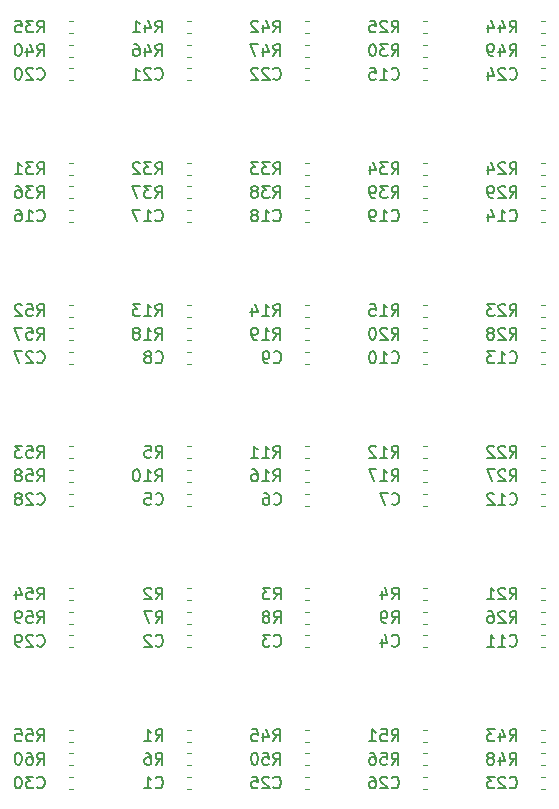
<source format=gbo>
G04 #@! TF.GenerationSoftware,KiCad,Pcbnew,5.1.6-c6e7f7d~87~ubuntu18.04.1*
G04 #@! TF.CreationDate,2021-01-10T20:40:06-05:00*
G04 #@! TF.ProjectId,dicecalc,64696365-6361-46c6-932e-6b696361645f,rev?*
G04 #@! TF.SameCoordinates,Original*
G04 #@! TF.FileFunction,Legend,Bot*
G04 #@! TF.FilePolarity,Positive*
%FSLAX46Y46*%
G04 Gerber Fmt 4.6, Leading zero omitted, Abs format (unit mm)*
G04 Created by KiCad (PCBNEW 5.1.6-c6e7f7d~87~ubuntu18.04.1) date 2021-01-10 20:40:06*
%MOMM*%
%LPD*%
G01*
G04 APERTURE LIST*
%ADD10C,0.120000*%
%ADD11C,0.150000*%
G04 APERTURE END LIST*
D10*
X88728733Y-154590000D02*
X89071267Y-154590000D01*
X88728733Y-155610000D02*
X89071267Y-155610000D01*
X88728733Y-143610000D02*
X89071267Y-143610000D01*
X88728733Y-142590000D02*
X89071267Y-142590000D01*
X99071267Y-142590000D02*
X98728733Y-142590000D01*
X99071267Y-143610000D02*
X98728733Y-143610000D01*
X109071267Y-142590000D02*
X108728733Y-142590000D01*
X109071267Y-143610000D02*
X108728733Y-143610000D01*
X88728733Y-131610000D02*
X89071267Y-131610000D01*
X88728733Y-130590000D02*
X89071267Y-130590000D01*
X99071267Y-130590000D02*
X98728733Y-130590000D01*
X99071267Y-131610000D02*
X98728733Y-131610000D01*
X109071267Y-130590000D02*
X108728733Y-130590000D01*
X109071267Y-131610000D02*
X108728733Y-131610000D01*
X88728733Y-119610000D02*
X89071267Y-119610000D01*
X88728733Y-118590000D02*
X89071267Y-118590000D01*
X98728733Y-118590000D02*
X99071267Y-118590000D01*
X98728733Y-119610000D02*
X99071267Y-119610000D01*
X109071267Y-119610000D02*
X108728733Y-119610000D01*
X109071267Y-118590000D02*
X108728733Y-118590000D01*
X119071267Y-143610000D02*
X118728733Y-143610000D01*
X119071267Y-142590000D02*
X118728733Y-142590000D01*
X119071267Y-131610000D02*
X118728733Y-131610000D01*
X119071267Y-130590000D02*
X118728733Y-130590000D01*
X119071267Y-118590000D02*
X118728733Y-118590000D01*
X119071267Y-119610000D02*
X118728733Y-119610000D01*
X119071267Y-107610000D02*
X118728733Y-107610000D01*
X119071267Y-106590000D02*
X118728733Y-106590000D01*
X109071267Y-94590000D02*
X108728733Y-94590000D01*
X109071267Y-95610000D02*
X108728733Y-95610000D01*
X78728733Y-107610000D02*
X79071267Y-107610000D01*
X78728733Y-106590000D02*
X79071267Y-106590000D01*
X88728733Y-107610000D02*
X89071267Y-107610000D01*
X88728733Y-106590000D02*
X89071267Y-106590000D01*
X98728733Y-106590000D02*
X99071267Y-106590000D01*
X98728733Y-107610000D02*
X99071267Y-107610000D01*
X109071267Y-106590000D02*
X108728733Y-106590000D01*
X109071267Y-107610000D02*
X108728733Y-107610000D01*
X78728733Y-94590000D02*
X79071267Y-94590000D01*
X78728733Y-95610000D02*
X79071267Y-95610000D01*
X88728733Y-94590000D02*
X89071267Y-94590000D01*
X88728733Y-95610000D02*
X89071267Y-95610000D01*
X98728733Y-95610000D02*
X99071267Y-95610000D01*
X98728733Y-94590000D02*
X99071267Y-94590000D01*
X119071267Y-154590000D02*
X118728733Y-154590000D01*
X119071267Y-155610000D02*
X118728733Y-155610000D01*
X119071267Y-94590000D02*
X118728733Y-94590000D01*
X119071267Y-95610000D02*
X118728733Y-95610000D01*
X99071267Y-155610000D02*
X98728733Y-155610000D01*
X99071267Y-154590000D02*
X98728733Y-154590000D01*
X109071267Y-155610000D02*
X108728733Y-155610000D01*
X109071267Y-154590000D02*
X108728733Y-154590000D01*
X78728733Y-118590000D02*
X79071267Y-118590000D01*
X78728733Y-119610000D02*
X79071267Y-119610000D01*
X78728733Y-130590000D02*
X79071267Y-130590000D01*
X78728733Y-131610000D02*
X79071267Y-131610000D01*
X78728733Y-142590000D02*
X79071267Y-142590000D01*
X78728733Y-143610000D02*
X79071267Y-143610000D01*
X78728733Y-154590000D02*
X79071267Y-154590000D01*
X78728733Y-155610000D02*
X79071267Y-155610000D01*
X88728733Y-150590000D02*
X89071267Y-150590000D01*
X88728733Y-151610000D02*
X89071267Y-151610000D01*
X88728733Y-139610000D02*
X89071267Y-139610000D01*
X88728733Y-138590000D02*
X89071267Y-138590000D01*
X99071267Y-138590000D02*
X98728733Y-138590000D01*
X99071267Y-139610000D02*
X98728733Y-139610000D01*
X109071267Y-138590000D02*
X108728733Y-138590000D01*
X109071267Y-139610000D02*
X108728733Y-139610000D01*
X88728733Y-126590000D02*
X89071267Y-126590000D01*
X88728733Y-127610000D02*
X89071267Y-127610000D01*
X89071267Y-152590000D02*
X88728733Y-152590000D01*
X89071267Y-153610000D02*
X88728733Y-153610000D01*
X89071267Y-141610000D02*
X88728733Y-141610000D01*
X89071267Y-140590000D02*
X88728733Y-140590000D01*
X98728733Y-140590000D02*
X99071267Y-140590000D01*
X98728733Y-141610000D02*
X99071267Y-141610000D01*
X108728733Y-140590000D02*
X109071267Y-140590000D01*
X108728733Y-141610000D02*
X109071267Y-141610000D01*
X89071267Y-128590000D02*
X88728733Y-128590000D01*
X89071267Y-129610000D02*
X88728733Y-129610000D01*
X99071267Y-127610000D02*
X98728733Y-127610000D01*
X99071267Y-126590000D02*
X98728733Y-126590000D01*
X109071267Y-127610000D02*
X108728733Y-127610000D01*
X109071267Y-126590000D02*
X108728733Y-126590000D01*
X88728733Y-114590000D02*
X89071267Y-114590000D01*
X88728733Y-115610000D02*
X89071267Y-115610000D01*
X98728733Y-114590000D02*
X99071267Y-114590000D01*
X98728733Y-115610000D02*
X99071267Y-115610000D01*
X109071267Y-115610000D02*
X108728733Y-115610000D01*
X109071267Y-114590000D02*
X108728733Y-114590000D01*
X98728733Y-129610000D02*
X99071267Y-129610000D01*
X98728733Y-128590000D02*
X99071267Y-128590000D01*
X108728733Y-129610000D02*
X109071267Y-129610000D01*
X108728733Y-128590000D02*
X109071267Y-128590000D01*
X89071267Y-116590000D02*
X88728733Y-116590000D01*
X89071267Y-117610000D02*
X88728733Y-117610000D01*
X99071267Y-116590000D02*
X98728733Y-116590000D01*
X99071267Y-117610000D02*
X98728733Y-117610000D01*
X108728733Y-117610000D02*
X109071267Y-117610000D01*
X108728733Y-116590000D02*
X109071267Y-116590000D01*
X119071267Y-139610000D02*
X118728733Y-139610000D01*
X119071267Y-138590000D02*
X118728733Y-138590000D01*
X119071267Y-127610000D02*
X118728733Y-127610000D01*
X119071267Y-126590000D02*
X118728733Y-126590000D01*
X119071267Y-115610000D02*
X118728733Y-115610000D01*
X119071267Y-114590000D02*
X118728733Y-114590000D01*
X119071267Y-103610000D02*
X118728733Y-103610000D01*
X119071267Y-102590000D02*
X118728733Y-102590000D01*
X109071267Y-91610000D02*
X108728733Y-91610000D01*
X109071267Y-90590000D02*
X108728733Y-90590000D01*
X118728733Y-141610000D02*
X119071267Y-141610000D01*
X118728733Y-140590000D02*
X119071267Y-140590000D01*
X118728733Y-129610000D02*
X119071267Y-129610000D01*
X118728733Y-128590000D02*
X119071267Y-128590000D01*
X118728733Y-117610000D02*
X119071267Y-117610000D01*
X118728733Y-116590000D02*
X119071267Y-116590000D01*
X118728733Y-105610000D02*
X119071267Y-105610000D01*
X118728733Y-104590000D02*
X119071267Y-104590000D01*
X108728733Y-93610000D02*
X109071267Y-93610000D01*
X108728733Y-92590000D02*
X109071267Y-92590000D01*
X78728733Y-102590000D02*
X79071267Y-102590000D01*
X78728733Y-103610000D02*
X79071267Y-103610000D01*
X88728733Y-103610000D02*
X89071267Y-103610000D01*
X88728733Y-102590000D02*
X89071267Y-102590000D01*
X98728733Y-103610000D02*
X99071267Y-103610000D01*
X98728733Y-102590000D02*
X99071267Y-102590000D01*
X109071267Y-102590000D02*
X108728733Y-102590000D01*
X109071267Y-103610000D02*
X108728733Y-103610000D01*
X78728733Y-91610000D02*
X79071267Y-91610000D01*
X78728733Y-90590000D02*
X79071267Y-90590000D01*
X79071267Y-104590000D02*
X78728733Y-104590000D01*
X79071267Y-105610000D02*
X78728733Y-105610000D01*
X89071267Y-105610000D02*
X88728733Y-105610000D01*
X89071267Y-104590000D02*
X88728733Y-104590000D01*
X99071267Y-105610000D02*
X98728733Y-105610000D01*
X99071267Y-104590000D02*
X98728733Y-104590000D01*
X108728733Y-104590000D02*
X109071267Y-104590000D01*
X108728733Y-105610000D02*
X109071267Y-105610000D01*
X79071267Y-93610000D02*
X78728733Y-93610000D01*
X79071267Y-92590000D02*
X78728733Y-92590000D01*
X88728733Y-91610000D02*
X89071267Y-91610000D01*
X88728733Y-90590000D02*
X89071267Y-90590000D01*
X98728733Y-91610000D02*
X99071267Y-91610000D01*
X98728733Y-90590000D02*
X99071267Y-90590000D01*
X119071267Y-150590000D02*
X118728733Y-150590000D01*
X119071267Y-151610000D02*
X118728733Y-151610000D01*
X119071267Y-90590000D02*
X118728733Y-90590000D01*
X119071267Y-91610000D02*
X118728733Y-91610000D01*
X99071267Y-150590000D02*
X98728733Y-150590000D01*
X99071267Y-151610000D02*
X98728733Y-151610000D01*
X89071267Y-93610000D02*
X88728733Y-93610000D01*
X89071267Y-92590000D02*
X88728733Y-92590000D01*
X99071267Y-93610000D02*
X98728733Y-93610000D01*
X99071267Y-92590000D02*
X98728733Y-92590000D01*
X118728733Y-152590000D02*
X119071267Y-152590000D01*
X118728733Y-153610000D02*
X119071267Y-153610000D01*
X118728733Y-92590000D02*
X119071267Y-92590000D01*
X118728733Y-93610000D02*
X119071267Y-93610000D01*
X98728733Y-152590000D02*
X99071267Y-152590000D01*
X98728733Y-153610000D02*
X99071267Y-153610000D01*
X109071267Y-150590000D02*
X108728733Y-150590000D01*
X109071267Y-151610000D02*
X108728733Y-151610000D01*
X78728733Y-115610000D02*
X79071267Y-115610000D01*
X78728733Y-114590000D02*
X79071267Y-114590000D01*
X78728733Y-127610000D02*
X79071267Y-127610000D01*
X78728733Y-126590000D02*
X79071267Y-126590000D01*
X78728733Y-138590000D02*
X79071267Y-138590000D01*
X78728733Y-139610000D02*
X79071267Y-139610000D01*
X78728733Y-150590000D02*
X79071267Y-150590000D01*
X78728733Y-151610000D02*
X79071267Y-151610000D01*
X108728733Y-152590000D02*
X109071267Y-152590000D01*
X108728733Y-153610000D02*
X109071267Y-153610000D01*
X79071267Y-117610000D02*
X78728733Y-117610000D01*
X79071267Y-116590000D02*
X78728733Y-116590000D01*
X79071267Y-129610000D02*
X78728733Y-129610000D01*
X79071267Y-128590000D02*
X78728733Y-128590000D01*
X79071267Y-140590000D02*
X78728733Y-140590000D01*
X79071267Y-141610000D02*
X78728733Y-141610000D01*
X79071267Y-152590000D02*
X78728733Y-152590000D01*
X79071267Y-153610000D02*
X78728733Y-153610000D01*
D11*
X86066666Y-155457142D02*
X86114285Y-155504761D01*
X86257142Y-155552380D01*
X86352380Y-155552380D01*
X86495238Y-155504761D01*
X86590476Y-155409523D01*
X86638095Y-155314285D01*
X86685714Y-155123809D01*
X86685714Y-154980952D01*
X86638095Y-154790476D01*
X86590476Y-154695238D01*
X86495238Y-154600000D01*
X86352380Y-154552380D01*
X86257142Y-154552380D01*
X86114285Y-154600000D01*
X86066666Y-154647619D01*
X85114285Y-155552380D02*
X85685714Y-155552380D01*
X85400000Y-155552380D02*
X85400000Y-154552380D01*
X85495238Y-154695238D01*
X85590476Y-154790476D01*
X85685714Y-154838095D01*
X86066666Y-143457142D02*
X86114285Y-143504761D01*
X86257142Y-143552380D01*
X86352380Y-143552380D01*
X86495238Y-143504761D01*
X86590476Y-143409523D01*
X86638095Y-143314285D01*
X86685714Y-143123809D01*
X86685714Y-142980952D01*
X86638095Y-142790476D01*
X86590476Y-142695238D01*
X86495238Y-142600000D01*
X86352380Y-142552380D01*
X86257142Y-142552380D01*
X86114285Y-142600000D01*
X86066666Y-142647619D01*
X85685714Y-142647619D02*
X85638095Y-142600000D01*
X85542857Y-142552380D01*
X85304761Y-142552380D01*
X85209523Y-142600000D01*
X85161904Y-142647619D01*
X85114285Y-142742857D01*
X85114285Y-142838095D01*
X85161904Y-142980952D01*
X85733333Y-143552380D01*
X85114285Y-143552380D01*
X96066666Y-143457142D02*
X96114285Y-143504761D01*
X96257142Y-143552380D01*
X96352380Y-143552380D01*
X96495238Y-143504761D01*
X96590476Y-143409523D01*
X96638095Y-143314285D01*
X96685714Y-143123809D01*
X96685714Y-142980952D01*
X96638095Y-142790476D01*
X96590476Y-142695238D01*
X96495238Y-142600000D01*
X96352380Y-142552380D01*
X96257142Y-142552380D01*
X96114285Y-142600000D01*
X96066666Y-142647619D01*
X95733333Y-142552380D02*
X95114285Y-142552380D01*
X95447619Y-142933333D01*
X95304761Y-142933333D01*
X95209523Y-142980952D01*
X95161904Y-143028571D01*
X95114285Y-143123809D01*
X95114285Y-143361904D01*
X95161904Y-143457142D01*
X95209523Y-143504761D01*
X95304761Y-143552380D01*
X95590476Y-143552380D01*
X95685714Y-143504761D01*
X95733333Y-143457142D01*
X106066666Y-143457142D02*
X106114285Y-143504761D01*
X106257142Y-143552380D01*
X106352380Y-143552380D01*
X106495238Y-143504761D01*
X106590476Y-143409523D01*
X106638095Y-143314285D01*
X106685714Y-143123809D01*
X106685714Y-142980952D01*
X106638095Y-142790476D01*
X106590476Y-142695238D01*
X106495238Y-142600000D01*
X106352380Y-142552380D01*
X106257142Y-142552380D01*
X106114285Y-142600000D01*
X106066666Y-142647619D01*
X105209523Y-142885714D02*
X105209523Y-143552380D01*
X105447619Y-142504761D02*
X105685714Y-143219047D01*
X105066666Y-143219047D01*
X86066666Y-131457142D02*
X86114285Y-131504761D01*
X86257142Y-131552380D01*
X86352380Y-131552380D01*
X86495238Y-131504761D01*
X86590476Y-131409523D01*
X86638095Y-131314285D01*
X86685714Y-131123809D01*
X86685714Y-130980952D01*
X86638095Y-130790476D01*
X86590476Y-130695238D01*
X86495238Y-130600000D01*
X86352380Y-130552380D01*
X86257142Y-130552380D01*
X86114285Y-130600000D01*
X86066666Y-130647619D01*
X85161904Y-130552380D02*
X85638095Y-130552380D01*
X85685714Y-131028571D01*
X85638095Y-130980952D01*
X85542857Y-130933333D01*
X85304761Y-130933333D01*
X85209523Y-130980952D01*
X85161904Y-131028571D01*
X85114285Y-131123809D01*
X85114285Y-131361904D01*
X85161904Y-131457142D01*
X85209523Y-131504761D01*
X85304761Y-131552380D01*
X85542857Y-131552380D01*
X85638095Y-131504761D01*
X85685714Y-131457142D01*
X96066666Y-131457142D02*
X96114285Y-131504761D01*
X96257142Y-131552380D01*
X96352380Y-131552380D01*
X96495238Y-131504761D01*
X96590476Y-131409523D01*
X96638095Y-131314285D01*
X96685714Y-131123809D01*
X96685714Y-130980952D01*
X96638095Y-130790476D01*
X96590476Y-130695238D01*
X96495238Y-130600000D01*
X96352380Y-130552380D01*
X96257142Y-130552380D01*
X96114285Y-130600000D01*
X96066666Y-130647619D01*
X95209523Y-130552380D02*
X95400000Y-130552380D01*
X95495238Y-130600000D01*
X95542857Y-130647619D01*
X95638095Y-130790476D01*
X95685714Y-130980952D01*
X95685714Y-131361904D01*
X95638095Y-131457142D01*
X95590476Y-131504761D01*
X95495238Y-131552380D01*
X95304761Y-131552380D01*
X95209523Y-131504761D01*
X95161904Y-131457142D01*
X95114285Y-131361904D01*
X95114285Y-131123809D01*
X95161904Y-131028571D01*
X95209523Y-130980952D01*
X95304761Y-130933333D01*
X95495238Y-130933333D01*
X95590476Y-130980952D01*
X95638095Y-131028571D01*
X95685714Y-131123809D01*
X106066666Y-131457142D02*
X106114285Y-131504761D01*
X106257142Y-131552380D01*
X106352380Y-131552380D01*
X106495238Y-131504761D01*
X106590476Y-131409523D01*
X106638095Y-131314285D01*
X106685714Y-131123809D01*
X106685714Y-130980952D01*
X106638095Y-130790476D01*
X106590476Y-130695238D01*
X106495238Y-130600000D01*
X106352380Y-130552380D01*
X106257142Y-130552380D01*
X106114285Y-130600000D01*
X106066666Y-130647619D01*
X105733333Y-130552380D02*
X105066666Y-130552380D01*
X105495238Y-131552380D01*
X86066666Y-119457142D02*
X86114285Y-119504761D01*
X86257142Y-119552380D01*
X86352380Y-119552380D01*
X86495238Y-119504761D01*
X86590476Y-119409523D01*
X86638095Y-119314285D01*
X86685714Y-119123809D01*
X86685714Y-118980952D01*
X86638095Y-118790476D01*
X86590476Y-118695238D01*
X86495238Y-118600000D01*
X86352380Y-118552380D01*
X86257142Y-118552380D01*
X86114285Y-118600000D01*
X86066666Y-118647619D01*
X85495238Y-118980952D02*
X85590476Y-118933333D01*
X85638095Y-118885714D01*
X85685714Y-118790476D01*
X85685714Y-118742857D01*
X85638095Y-118647619D01*
X85590476Y-118600000D01*
X85495238Y-118552380D01*
X85304761Y-118552380D01*
X85209523Y-118600000D01*
X85161904Y-118647619D01*
X85114285Y-118742857D01*
X85114285Y-118790476D01*
X85161904Y-118885714D01*
X85209523Y-118933333D01*
X85304761Y-118980952D01*
X85495238Y-118980952D01*
X85590476Y-119028571D01*
X85638095Y-119076190D01*
X85685714Y-119171428D01*
X85685714Y-119361904D01*
X85638095Y-119457142D01*
X85590476Y-119504761D01*
X85495238Y-119552380D01*
X85304761Y-119552380D01*
X85209523Y-119504761D01*
X85161904Y-119457142D01*
X85114285Y-119361904D01*
X85114285Y-119171428D01*
X85161904Y-119076190D01*
X85209523Y-119028571D01*
X85304761Y-118980952D01*
X96066666Y-119457142D02*
X96114285Y-119504761D01*
X96257142Y-119552380D01*
X96352380Y-119552380D01*
X96495238Y-119504761D01*
X96590476Y-119409523D01*
X96638095Y-119314285D01*
X96685714Y-119123809D01*
X96685714Y-118980952D01*
X96638095Y-118790476D01*
X96590476Y-118695238D01*
X96495238Y-118600000D01*
X96352380Y-118552380D01*
X96257142Y-118552380D01*
X96114285Y-118600000D01*
X96066666Y-118647619D01*
X95590476Y-119552380D02*
X95400000Y-119552380D01*
X95304761Y-119504761D01*
X95257142Y-119457142D01*
X95161904Y-119314285D01*
X95114285Y-119123809D01*
X95114285Y-118742857D01*
X95161904Y-118647619D01*
X95209523Y-118600000D01*
X95304761Y-118552380D01*
X95495238Y-118552380D01*
X95590476Y-118600000D01*
X95638095Y-118647619D01*
X95685714Y-118742857D01*
X95685714Y-118980952D01*
X95638095Y-119076190D01*
X95590476Y-119123809D01*
X95495238Y-119171428D01*
X95304761Y-119171428D01*
X95209523Y-119123809D01*
X95161904Y-119076190D01*
X95114285Y-118980952D01*
X106042857Y-119457142D02*
X106090476Y-119504761D01*
X106233333Y-119552380D01*
X106328571Y-119552380D01*
X106471428Y-119504761D01*
X106566666Y-119409523D01*
X106614285Y-119314285D01*
X106661904Y-119123809D01*
X106661904Y-118980952D01*
X106614285Y-118790476D01*
X106566666Y-118695238D01*
X106471428Y-118600000D01*
X106328571Y-118552380D01*
X106233333Y-118552380D01*
X106090476Y-118600000D01*
X106042857Y-118647619D01*
X105090476Y-119552380D02*
X105661904Y-119552380D01*
X105376190Y-119552380D02*
X105376190Y-118552380D01*
X105471428Y-118695238D01*
X105566666Y-118790476D01*
X105661904Y-118838095D01*
X104471428Y-118552380D02*
X104376190Y-118552380D01*
X104280952Y-118600000D01*
X104233333Y-118647619D01*
X104185714Y-118742857D01*
X104138095Y-118933333D01*
X104138095Y-119171428D01*
X104185714Y-119361904D01*
X104233333Y-119457142D01*
X104280952Y-119504761D01*
X104376190Y-119552380D01*
X104471428Y-119552380D01*
X104566666Y-119504761D01*
X104614285Y-119457142D01*
X104661904Y-119361904D01*
X104709523Y-119171428D01*
X104709523Y-118933333D01*
X104661904Y-118742857D01*
X104614285Y-118647619D01*
X104566666Y-118600000D01*
X104471428Y-118552380D01*
X116042857Y-143457142D02*
X116090476Y-143504761D01*
X116233333Y-143552380D01*
X116328571Y-143552380D01*
X116471428Y-143504761D01*
X116566666Y-143409523D01*
X116614285Y-143314285D01*
X116661904Y-143123809D01*
X116661904Y-142980952D01*
X116614285Y-142790476D01*
X116566666Y-142695238D01*
X116471428Y-142600000D01*
X116328571Y-142552380D01*
X116233333Y-142552380D01*
X116090476Y-142600000D01*
X116042857Y-142647619D01*
X115090476Y-143552380D02*
X115661904Y-143552380D01*
X115376190Y-143552380D02*
X115376190Y-142552380D01*
X115471428Y-142695238D01*
X115566666Y-142790476D01*
X115661904Y-142838095D01*
X114138095Y-143552380D02*
X114709523Y-143552380D01*
X114423809Y-143552380D02*
X114423809Y-142552380D01*
X114519047Y-142695238D01*
X114614285Y-142790476D01*
X114709523Y-142838095D01*
X116042857Y-131457142D02*
X116090476Y-131504761D01*
X116233333Y-131552380D01*
X116328571Y-131552380D01*
X116471428Y-131504761D01*
X116566666Y-131409523D01*
X116614285Y-131314285D01*
X116661904Y-131123809D01*
X116661904Y-130980952D01*
X116614285Y-130790476D01*
X116566666Y-130695238D01*
X116471428Y-130600000D01*
X116328571Y-130552380D01*
X116233333Y-130552380D01*
X116090476Y-130600000D01*
X116042857Y-130647619D01*
X115090476Y-131552380D02*
X115661904Y-131552380D01*
X115376190Y-131552380D02*
X115376190Y-130552380D01*
X115471428Y-130695238D01*
X115566666Y-130790476D01*
X115661904Y-130838095D01*
X114709523Y-130647619D02*
X114661904Y-130600000D01*
X114566666Y-130552380D01*
X114328571Y-130552380D01*
X114233333Y-130600000D01*
X114185714Y-130647619D01*
X114138095Y-130742857D01*
X114138095Y-130838095D01*
X114185714Y-130980952D01*
X114757142Y-131552380D01*
X114138095Y-131552380D01*
X116042857Y-119457142D02*
X116090476Y-119504761D01*
X116233333Y-119552380D01*
X116328571Y-119552380D01*
X116471428Y-119504761D01*
X116566666Y-119409523D01*
X116614285Y-119314285D01*
X116661904Y-119123809D01*
X116661904Y-118980952D01*
X116614285Y-118790476D01*
X116566666Y-118695238D01*
X116471428Y-118600000D01*
X116328571Y-118552380D01*
X116233333Y-118552380D01*
X116090476Y-118600000D01*
X116042857Y-118647619D01*
X115090476Y-119552380D02*
X115661904Y-119552380D01*
X115376190Y-119552380D02*
X115376190Y-118552380D01*
X115471428Y-118695238D01*
X115566666Y-118790476D01*
X115661904Y-118838095D01*
X114757142Y-118552380D02*
X114138095Y-118552380D01*
X114471428Y-118933333D01*
X114328571Y-118933333D01*
X114233333Y-118980952D01*
X114185714Y-119028571D01*
X114138095Y-119123809D01*
X114138095Y-119361904D01*
X114185714Y-119457142D01*
X114233333Y-119504761D01*
X114328571Y-119552380D01*
X114614285Y-119552380D01*
X114709523Y-119504761D01*
X114757142Y-119457142D01*
X116042857Y-107457142D02*
X116090476Y-107504761D01*
X116233333Y-107552380D01*
X116328571Y-107552380D01*
X116471428Y-107504761D01*
X116566666Y-107409523D01*
X116614285Y-107314285D01*
X116661904Y-107123809D01*
X116661904Y-106980952D01*
X116614285Y-106790476D01*
X116566666Y-106695238D01*
X116471428Y-106600000D01*
X116328571Y-106552380D01*
X116233333Y-106552380D01*
X116090476Y-106600000D01*
X116042857Y-106647619D01*
X115090476Y-107552380D02*
X115661904Y-107552380D01*
X115376190Y-107552380D02*
X115376190Y-106552380D01*
X115471428Y-106695238D01*
X115566666Y-106790476D01*
X115661904Y-106838095D01*
X114233333Y-106885714D02*
X114233333Y-107552380D01*
X114471428Y-106504761D02*
X114709523Y-107219047D01*
X114090476Y-107219047D01*
X106042857Y-95457142D02*
X106090476Y-95504761D01*
X106233333Y-95552380D01*
X106328571Y-95552380D01*
X106471428Y-95504761D01*
X106566666Y-95409523D01*
X106614285Y-95314285D01*
X106661904Y-95123809D01*
X106661904Y-94980952D01*
X106614285Y-94790476D01*
X106566666Y-94695238D01*
X106471428Y-94600000D01*
X106328571Y-94552380D01*
X106233333Y-94552380D01*
X106090476Y-94600000D01*
X106042857Y-94647619D01*
X105090476Y-95552380D02*
X105661904Y-95552380D01*
X105376190Y-95552380D02*
X105376190Y-94552380D01*
X105471428Y-94695238D01*
X105566666Y-94790476D01*
X105661904Y-94838095D01*
X104185714Y-94552380D02*
X104661904Y-94552380D01*
X104709523Y-95028571D01*
X104661904Y-94980952D01*
X104566666Y-94933333D01*
X104328571Y-94933333D01*
X104233333Y-94980952D01*
X104185714Y-95028571D01*
X104138095Y-95123809D01*
X104138095Y-95361904D01*
X104185714Y-95457142D01*
X104233333Y-95504761D01*
X104328571Y-95552380D01*
X104566666Y-95552380D01*
X104661904Y-95504761D01*
X104709523Y-95457142D01*
X76042857Y-107457142D02*
X76090476Y-107504761D01*
X76233333Y-107552380D01*
X76328571Y-107552380D01*
X76471428Y-107504761D01*
X76566666Y-107409523D01*
X76614285Y-107314285D01*
X76661904Y-107123809D01*
X76661904Y-106980952D01*
X76614285Y-106790476D01*
X76566666Y-106695238D01*
X76471428Y-106600000D01*
X76328571Y-106552380D01*
X76233333Y-106552380D01*
X76090476Y-106600000D01*
X76042857Y-106647619D01*
X75090476Y-107552380D02*
X75661904Y-107552380D01*
X75376190Y-107552380D02*
X75376190Y-106552380D01*
X75471428Y-106695238D01*
X75566666Y-106790476D01*
X75661904Y-106838095D01*
X74233333Y-106552380D02*
X74423809Y-106552380D01*
X74519047Y-106600000D01*
X74566666Y-106647619D01*
X74661904Y-106790476D01*
X74709523Y-106980952D01*
X74709523Y-107361904D01*
X74661904Y-107457142D01*
X74614285Y-107504761D01*
X74519047Y-107552380D01*
X74328571Y-107552380D01*
X74233333Y-107504761D01*
X74185714Y-107457142D01*
X74138095Y-107361904D01*
X74138095Y-107123809D01*
X74185714Y-107028571D01*
X74233333Y-106980952D01*
X74328571Y-106933333D01*
X74519047Y-106933333D01*
X74614285Y-106980952D01*
X74661904Y-107028571D01*
X74709523Y-107123809D01*
X86042857Y-107457142D02*
X86090476Y-107504761D01*
X86233333Y-107552380D01*
X86328571Y-107552380D01*
X86471428Y-107504761D01*
X86566666Y-107409523D01*
X86614285Y-107314285D01*
X86661904Y-107123809D01*
X86661904Y-106980952D01*
X86614285Y-106790476D01*
X86566666Y-106695238D01*
X86471428Y-106600000D01*
X86328571Y-106552380D01*
X86233333Y-106552380D01*
X86090476Y-106600000D01*
X86042857Y-106647619D01*
X85090476Y-107552380D02*
X85661904Y-107552380D01*
X85376190Y-107552380D02*
X85376190Y-106552380D01*
X85471428Y-106695238D01*
X85566666Y-106790476D01*
X85661904Y-106838095D01*
X84757142Y-106552380D02*
X84090476Y-106552380D01*
X84519047Y-107552380D01*
X96042857Y-107457142D02*
X96090476Y-107504761D01*
X96233333Y-107552380D01*
X96328571Y-107552380D01*
X96471428Y-107504761D01*
X96566666Y-107409523D01*
X96614285Y-107314285D01*
X96661904Y-107123809D01*
X96661904Y-106980952D01*
X96614285Y-106790476D01*
X96566666Y-106695238D01*
X96471428Y-106600000D01*
X96328571Y-106552380D01*
X96233333Y-106552380D01*
X96090476Y-106600000D01*
X96042857Y-106647619D01*
X95090476Y-107552380D02*
X95661904Y-107552380D01*
X95376190Y-107552380D02*
X95376190Y-106552380D01*
X95471428Y-106695238D01*
X95566666Y-106790476D01*
X95661904Y-106838095D01*
X94519047Y-106980952D02*
X94614285Y-106933333D01*
X94661904Y-106885714D01*
X94709523Y-106790476D01*
X94709523Y-106742857D01*
X94661904Y-106647619D01*
X94614285Y-106600000D01*
X94519047Y-106552380D01*
X94328571Y-106552380D01*
X94233333Y-106600000D01*
X94185714Y-106647619D01*
X94138095Y-106742857D01*
X94138095Y-106790476D01*
X94185714Y-106885714D01*
X94233333Y-106933333D01*
X94328571Y-106980952D01*
X94519047Y-106980952D01*
X94614285Y-107028571D01*
X94661904Y-107076190D01*
X94709523Y-107171428D01*
X94709523Y-107361904D01*
X94661904Y-107457142D01*
X94614285Y-107504761D01*
X94519047Y-107552380D01*
X94328571Y-107552380D01*
X94233333Y-107504761D01*
X94185714Y-107457142D01*
X94138095Y-107361904D01*
X94138095Y-107171428D01*
X94185714Y-107076190D01*
X94233333Y-107028571D01*
X94328571Y-106980952D01*
X106042857Y-107457142D02*
X106090476Y-107504761D01*
X106233333Y-107552380D01*
X106328571Y-107552380D01*
X106471428Y-107504761D01*
X106566666Y-107409523D01*
X106614285Y-107314285D01*
X106661904Y-107123809D01*
X106661904Y-106980952D01*
X106614285Y-106790476D01*
X106566666Y-106695238D01*
X106471428Y-106600000D01*
X106328571Y-106552380D01*
X106233333Y-106552380D01*
X106090476Y-106600000D01*
X106042857Y-106647619D01*
X105090476Y-107552380D02*
X105661904Y-107552380D01*
X105376190Y-107552380D02*
X105376190Y-106552380D01*
X105471428Y-106695238D01*
X105566666Y-106790476D01*
X105661904Y-106838095D01*
X104614285Y-107552380D02*
X104423809Y-107552380D01*
X104328571Y-107504761D01*
X104280952Y-107457142D01*
X104185714Y-107314285D01*
X104138095Y-107123809D01*
X104138095Y-106742857D01*
X104185714Y-106647619D01*
X104233333Y-106600000D01*
X104328571Y-106552380D01*
X104519047Y-106552380D01*
X104614285Y-106600000D01*
X104661904Y-106647619D01*
X104709523Y-106742857D01*
X104709523Y-106980952D01*
X104661904Y-107076190D01*
X104614285Y-107123809D01*
X104519047Y-107171428D01*
X104328571Y-107171428D01*
X104233333Y-107123809D01*
X104185714Y-107076190D01*
X104138095Y-106980952D01*
X76042857Y-95457142D02*
X76090476Y-95504761D01*
X76233333Y-95552380D01*
X76328571Y-95552380D01*
X76471428Y-95504761D01*
X76566666Y-95409523D01*
X76614285Y-95314285D01*
X76661904Y-95123809D01*
X76661904Y-94980952D01*
X76614285Y-94790476D01*
X76566666Y-94695238D01*
X76471428Y-94600000D01*
X76328571Y-94552380D01*
X76233333Y-94552380D01*
X76090476Y-94600000D01*
X76042857Y-94647619D01*
X75661904Y-94647619D02*
X75614285Y-94600000D01*
X75519047Y-94552380D01*
X75280952Y-94552380D01*
X75185714Y-94600000D01*
X75138095Y-94647619D01*
X75090476Y-94742857D01*
X75090476Y-94838095D01*
X75138095Y-94980952D01*
X75709523Y-95552380D01*
X75090476Y-95552380D01*
X74471428Y-94552380D02*
X74376190Y-94552380D01*
X74280952Y-94600000D01*
X74233333Y-94647619D01*
X74185714Y-94742857D01*
X74138095Y-94933333D01*
X74138095Y-95171428D01*
X74185714Y-95361904D01*
X74233333Y-95457142D01*
X74280952Y-95504761D01*
X74376190Y-95552380D01*
X74471428Y-95552380D01*
X74566666Y-95504761D01*
X74614285Y-95457142D01*
X74661904Y-95361904D01*
X74709523Y-95171428D01*
X74709523Y-94933333D01*
X74661904Y-94742857D01*
X74614285Y-94647619D01*
X74566666Y-94600000D01*
X74471428Y-94552380D01*
X86042857Y-95457142D02*
X86090476Y-95504761D01*
X86233333Y-95552380D01*
X86328571Y-95552380D01*
X86471428Y-95504761D01*
X86566666Y-95409523D01*
X86614285Y-95314285D01*
X86661904Y-95123809D01*
X86661904Y-94980952D01*
X86614285Y-94790476D01*
X86566666Y-94695238D01*
X86471428Y-94600000D01*
X86328571Y-94552380D01*
X86233333Y-94552380D01*
X86090476Y-94600000D01*
X86042857Y-94647619D01*
X85661904Y-94647619D02*
X85614285Y-94600000D01*
X85519047Y-94552380D01*
X85280952Y-94552380D01*
X85185714Y-94600000D01*
X85138095Y-94647619D01*
X85090476Y-94742857D01*
X85090476Y-94838095D01*
X85138095Y-94980952D01*
X85709523Y-95552380D01*
X85090476Y-95552380D01*
X84138095Y-95552380D02*
X84709523Y-95552380D01*
X84423809Y-95552380D02*
X84423809Y-94552380D01*
X84519047Y-94695238D01*
X84614285Y-94790476D01*
X84709523Y-94838095D01*
X96042857Y-95457142D02*
X96090476Y-95504761D01*
X96233333Y-95552380D01*
X96328571Y-95552380D01*
X96471428Y-95504761D01*
X96566666Y-95409523D01*
X96614285Y-95314285D01*
X96661904Y-95123809D01*
X96661904Y-94980952D01*
X96614285Y-94790476D01*
X96566666Y-94695238D01*
X96471428Y-94600000D01*
X96328571Y-94552380D01*
X96233333Y-94552380D01*
X96090476Y-94600000D01*
X96042857Y-94647619D01*
X95661904Y-94647619D02*
X95614285Y-94600000D01*
X95519047Y-94552380D01*
X95280952Y-94552380D01*
X95185714Y-94600000D01*
X95138095Y-94647619D01*
X95090476Y-94742857D01*
X95090476Y-94838095D01*
X95138095Y-94980952D01*
X95709523Y-95552380D01*
X95090476Y-95552380D01*
X94709523Y-94647619D02*
X94661904Y-94600000D01*
X94566666Y-94552380D01*
X94328571Y-94552380D01*
X94233333Y-94600000D01*
X94185714Y-94647619D01*
X94138095Y-94742857D01*
X94138095Y-94838095D01*
X94185714Y-94980952D01*
X94757142Y-95552380D01*
X94138095Y-95552380D01*
X116042857Y-155457142D02*
X116090476Y-155504761D01*
X116233333Y-155552380D01*
X116328571Y-155552380D01*
X116471428Y-155504761D01*
X116566666Y-155409523D01*
X116614285Y-155314285D01*
X116661904Y-155123809D01*
X116661904Y-154980952D01*
X116614285Y-154790476D01*
X116566666Y-154695238D01*
X116471428Y-154600000D01*
X116328571Y-154552380D01*
X116233333Y-154552380D01*
X116090476Y-154600000D01*
X116042857Y-154647619D01*
X115661904Y-154647619D02*
X115614285Y-154600000D01*
X115519047Y-154552380D01*
X115280952Y-154552380D01*
X115185714Y-154600000D01*
X115138095Y-154647619D01*
X115090476Y-154742857D01*
X115090476Y-154838095D01*
X115138095Y-154980952D01*
X115709523Y-155552380D01*
X115090476Y-155552380D01*
X114757142Y-154552380D02*
X114138095Y-154552380D01*
X114471428Y-154933333D01*
X114328571Y-154933333D01*
X114233333Y-154980952D01*
X114185714Y-155028571D01*
X114138095Y-155123809D01*
X114138095Y-155361904D01*
X114185714Y-155457142D01*
X114233333Y-155504761D01*
X114328571Y-155552380D01*
X114614285Y-155552380D01*
X114709523Y-155504761D01*
X114757142Y-155457142D01*
X116042857Y-95457142D02*
X116090476Y-95504761D01*
X116233333Y-95552380D01*
X116328571Y-95552380D01*
X116471428Y-95504761D01*
X116566666Y-95409523D01*
X116614285Y-95314285D01*
X116661904Y-95123809D01*
X116661904Y-94980952D01*
X116614285Y-94790476D01*
X116566666Y-94695238D01*
X116471428Y-94600000D01*
X116328571Y-94552380D01*
X116233333Y-94552380D01*
X116090476Y-94600000D01*
X116042857Y-94647619D01*
X115661904Y-94647619D02*
X115614285Y-94600000D01*
X115519047Y-94552380D01*
X115280952Y-94552380D01*
X115185714Y-94600000D01*
X115138095Y-94647619D01*
X115090476Y-94742857D01*
X115090476Y-94838095D01*
X115138095Y-94980952D01*
X115709523Y-95552380D01*
X115090476Y-95552380D01*
X114233333Y-94885714D02*
X114233333Y-95552380D01*
X114471428Y-94504761D02*
X114709523Y-95219047D01*
X114090476Y-95219047D01*
X96042857Y-155457142D02*
X96090476Y-155504761D01*
X96233333Y-155552380D01*
X96328571Y-155552380D01*
X96471428Y-155504761D01*
X96566666Y-155409523D01*
X96614285Y-155314285D01*
X96661904Y-155123809D01*
X96661904Y-154980952D01*
X96614285Y-154790476D01*
X96566666Y-154695238D01*
X96471428Y-154600000D01*
X96328571Y-154552380D01*
X96233333Y-154552380D01*
X96090476Y-154600000D01*
X96042857Y-154647619D01*
X95661904Y-154647619D02*
X95614285Y-154600000D01*
X95519047Y-154552380D01*
X95280952Y-154552380D01*
X95185714Y-154600000D01*
X95138095Y-154647619D01*
X95090476Y-154742857D01*
X95090476Y-154838095D01*
X95138095Y-154980952D01*
X95709523Y-155552380D01*
X95090476Y-155552380D01*
X94185714Y-154552380D02*
X94661904Y-154552380D01*
X94709523Y-155028571D01*
X94661904Y-154980952D01*
X94566666Y-154933333D01*
X94328571Y-154933333D01*
X94233333Y-154980952D01*
X94185714Y-155028571D01*
X94138095Y-155123809D01*
X94138095Y-155361904D01*
X94185714Y-155457142D01*
X94233333Y-155504761D01*
X94328571Y-155552380D01*
X94566666Y-155552380D01*
X94661904Y-155504761D01*
X94709523Y-155457142D01*
X106042857Y-155457142D02*
X106090476Y-155504761D01*
X106233333Y-155552380D01*
X106328571Y-155552380D01*
X106471428Y-155504761D01*
X106566666Y-155409523D01*
X106614285Y-155314285D01*
X106661904Y-155123809D01*
X106661904Y-154980952D01*
X106614285Y-154790476D01*
X106566666Y-154695238D01*
X106471428Y-154600000D01*
X106328571Y-154552380D01*
X106233333Y-154552380D01*
X106090476Y-154600000D01*
X106042857Y-154647619D01*
X105661904Y-154647619D02*
X105614285Y-154600000D01*
X105519047Y-154552380D01*
X105280952Y-154552380D01*
X105185714Y-154600000D01*
X105138095Y-154647619D01*
X105090476Y-154742857D01*
X105090476Y-154838095D01*
X105138095Y-154980952D01*
X105709523Y-155552380D01*
X105090476Y-155552380D01*
X104233333Y-154552380D02*
X104423809Y-154552380D01*
X104519047Y-154600000D01*
X104566666Y-154647619D01*
X104661904Y-154790476D01*
X104709523Y-154980952D01*
X104709523Y-155361904D01*
X104661904Y-155457142D01*
X104614285Y-155504761D01*
X104519047Y-155552380D01*
X104328571Y-155552380D01*
X104233333Y-155504761D01*
X104185714Y-155457142D01*
X104138095Y-155361904D01*
X104138095Y-155123809D01*
X104185714Y-155028571D01*
X104233333Y-154980952D01*
X104328571Y-154933333D01*
X104519047Y-154933333D01*
X104614285Y-154980952D01*
X104661904Y-155028571D01*
X104709523Y-155123809D01*
X76042857Y-119457142D02*
X76090476Y-119504761D01*
X76233333Y-119552380D01*
X76328571Y-119552380D01*
X76471428Y-119504761D01*
X76566666Y-119409523D01*
X76614285Y-119314285D01*
X76661904Y-119123809D01*
X76661904Y-118980952D01*
X76614285Y-118790476D01*
X76566666Y-118695238D01*
X76471428Y-118600000D01*
X76328571Y-118552380D01*
X76233333Y-118552380D01*
X76090476Y-118600000D01*
X76042857Y-118647619D01*
X75661904Y-118647619D02*
X75614285Y-118600000D01*
X75519047Y-118552380D01*
X75280952Y-118552380D01*
X75185714Y-118600000D01*
X75138095Y-118647619D01*
X75090476Y-118742857D01*
X75090476Y-118838095D01*
X75138095Y-118980952D01*
X75709523Y-119552380D01*
X75090476Y-119552380D01*
X74757142Y-118552380D02*
X74090476Y-118552380D01*
X74519047Y-119552380D01*
X76042857Y-131457142D02*
X76090476Y-131504761D01*
X76233333Y-131552380D01*
X76328571Y-131552380D01*
X76471428Y-131504761D01*
X76566666Y-131409523D01*
X76614285Y-131314285D01*
X76661904Y-131123809D01*
X76661904Y-130980952D01*
X76614285Y-130790476D01*
X76566666Y-130695238D01*
X76471428Y-130600000D01*
X76328571Y-130552380D01*
X76233333Y-130552380D01*
X76090476Y-130600000D01*
X76042857Y-130647619D01*
X75661904Y-130647619D02*
X75614285Y-130600000D01*
X75519047Y-130552380D01*
X75280952Y-130552380D01*
X75185714Y-130600000D01*
X75138095Y-130647619D01*
X75090476Y-130742857D01*
X75090476Y-130838095D01*
X75138095Y-130980952D01*
X75709523Y-131552380D01*
X75090476Y-131552380D01*
X74519047Y-130980952D02*
X74614285Y-130933333D01*
X74661904Y-130885714D01*
X74709523Y-130790476D01*
X74709523Y-130742857D01*
X74661904Y-130647619D01*
X74614285Y-130600000D01*
X74519047Y-130552380D01*
X74328571Y-130552380D01*
X74233333Y-130600000D01*
X74185714Y-130647619D01*
X74138095Y-130742857D01*
X74138095Y-130790476D01*
X74185714Y-130885714D01*
X74233333Y-130933333D01*
X74328571Y-130980952D01*
X74519047Y-130980952D01*
X74614285Y-131028571D01*
X74661904Y-131076190D01*
X74709523Y-131171428D01*
X74709523Y-131361904D01*
X74661904Y-131457142D01*
X74614285Y-131504761D01*
X74519047Y-131552380D01*
X74328571Y-131552380D01*
X74233333Y-131504761D01*
X74185714Y-131457142D01*
X74138095Y-131361904D01*
X74138095Y-131171428D01*
X74185714Y-131076190D01*
X74233333Y-131028571D01*
X74328571Y-130980952D01*
X76042857Y-143457142D02*
X76090476Y-143504761D01*
X76233333Y-143552380D01*
X76328571Y-143552380D01*
X76471428Y-143504761D01*
X76566666Y-143409523D01*
X76614285Y-143314285D01*
X76661904Y-143123809D01*
X76661904Y-142980952D01*
X76614285Y-142790476D01*
X76566666Y-142695238D01*
X76471428Y-142600000D01*
X76328571Y-142552380D01*
X76233333Y-142552380D01*
X76090476Y-142600000D01*
X76042857Y-142647619D01*
X75661904Y-142647619D02*
X75614285Y-142600000D01*
X75519047Y-142552380D01*
X75280952Y-142552380D01*
X75185714Y-142600000D01*
X75138095Y-142647619D01*
X75090476Y-142742857D01*
X75090476Y-142838095D01*
X75138095Y-142980952D01*
X75709523Y-143552380D01*
X75090476Y-143552380D01*
X74614285Y-143552380D02*
X74423809Y-143552380D01*
X74328571Y-143504761D01*
X74280952Y-143457142D01*
X74185714Y-143314285D01*
X74138095Y-143123809D01*
X74138095Y-142742857D01*
X74185714Y-142647619D01*
X74233333Y-142600000D01*
X74328571Y-142552380D01*
X74519047Y-142552380D01*
X74614285Y-142600000D01*
X74661904Y-142647619D01*
X74709523Y-142742857D01*
X74709523Y-142980952D01*
X74661904Y-143076190D01*
X74614285Y-143123809D01*
X74519047Y-143171428D01*
X74328571Y-143171428D01*
X74233333Y-143123809D01*
X74185714Y-143076190D01*
X74138095Y-142980952D01*
X76042857Y-155457142D02*
X76090476Y-155504761D01*
X76233333Y-155552380D01*
X76328571Y-155552380D01*
X76471428Y-155504761D01*
X76566666Y-155409523D01*
X76614285Y-155314285D01*
X76661904Y-155123809D01*
X76661904Y-154980952D01*
X76614285Y-154790476D01*
X76566666Y-154695238D01*
X76471428Y-154600000D01*
X76328571Y-154552380D01*
X76233333Y-154552380D01*
X76090476Y-154600000D01*
X76042857Y-154647619D01*
X75709523Y-154552380D02*
X75090476Y-154552380D01*
X75423809Y-154933333D01*
X75280952Y-154933333D01*
X75185714Y-154980952D01*
X75138095Y-155028571D01*
X75090476Y-155123809D01*
X75090476Y-155361904D01*
X75138095Y-155457142D01*
X75185714Y-155504761D01*
X75280952Y-155552380D01*
X75566666Y-155552380D01*
X75661904Y-155504761D01*
X75709523Y-155457142D01*
X74471428Y-154552380D02*
X74376190Y-154552380D01*
X74280952Y-154600000D01*
X74233333Y-154647619D01*
X74185714Y-154742857D01*
X74138095Y-154933333D01*
X74138095Y-155171428D01*
X74185714Y-155361904D01*
X74233333Y-155457142D01*
X74280952Y-155504761D01*
X74376190Y-155552380D01*
X74471428Y-155552380D01*
X74566666Y-155504761D01*
X74614285Y-155457142D01*
X74661904Y-155361904D01*
X74709523Y-155171428D01*
X74709523Y-154933333D01*
X74661904Y-154742857D01*
X74614285Y-154647619D01*
X74566666Y-154600000D01*
X74471428Y-154552380D01*
X86066666Y-151552380D02*
X86400000Y-151076190D01*
X86638095Y-151552380D02*
X86638095Y-150552380D01*
X86257142Y-150552380D01*
X86161904Y-150600000D01*
X86114285Y-150647619D01*
X86066666Y-150742857D01*
X86066666Y-150885714D01*
X86114285Y-150980952D01*
X86161904Y-151028571D01*
X86257142Y-151076190D01*
X86638095Y-151076190D01*
X85114285Y-151552380D02*
X85685714Y-151552380D01*
X85400000Y-151552380D02*
X85400000Y-150552380D01*
X85495238Y-150695238D01*
X85590476Y-150790476D01*
X85685714Y-150838095D01*
X86066666Y-139552380D02*
X86400000Y-139076190D01*
X86638095Y-139552380D02*
X86638095Y-138552380D01*
X86257142Y-138552380D01*
X86161904Y-138600000D01*
X86114285Y-138647619D01*
X86066666Y-138742857D01*
X86066666Y-138885714D01*
X86114285Y-138980952D01*
X86161904Y-139028571D01*
X86257142Y-139076190D01*
X86638095Y-139076190D01*
X85685714Y-138647619D02*
X85638095Y-138600000D01*
X85542857Y-138552380D01*
X85304761Y-138552380D01*
X85209523Y-138600000D01*
X85161904Y-138647619D01*
X85114285Y-138742857D01*
X85114285Y-138838095D01*
X85161904Y-138980952D01*
X85733333Y-139552380D01*
X85114285Y-139552380D01*
X96066666Y-139552380D02*
X96400000Y-139076190D01*
X96638095Y-139552380D02*
X96638095Y-138552380D01*
X96257142Y-138552380D01*
X96161904Y-138600000D01*
X96114285Y-138647619D01*
X96066666Y-138742857D01*
X96066666Y-138885714D01*
X96114285Y-138980952D01*
X96161904Y-139028571D01*
X96257142Y-139076190D01*
X96638095Y-139076190D01*
X95733333Y-138552380D02*
X95114285Y-138552380D01*
X95447619Y-138933333D01*
X95304761Y-138933333D01*
X95209523Y-138980952D01*
X95161904Y-139028571D01*
X95114285Y-139123809D01*
X95114285Y-139361904D01*
X95161904Y-139457142D01*
X95209523Y-139504761D01*
X95304761Y-139552380D01*
X95590476Y-139552380D01*
X95685714Y-139504761D01*
X95733333Y-139457142D01*
X106066666Y-139552380D02*
X106400000Y-139076190D01*
X106638095Y-139552380D02*
X106638095Y-138552380D01*
X106257142Y-138552380D01*
X106161904Y-138600000D01*
X106114285Y-138647619D01*
X106066666Y-138742857D01*
X106066666Y-138885714D01*
X106114285Y-138980952D01*
X106161904Y-139028571D01*
X106257142Y-139076190D01*
X106638095Y-139076190D01*
X105209523Y-138885714D02*
X105209523Y-139552380D01*
X105447619Y-138504761D02*
X105685714Y-139219047D01*
X105066666Y-139219047D01*
X86066666Y-127552380D02*
X86400000Y-127076190D01*
X86638095Y-127552380D02*
X86638095Y-126552380D01*
X86257142Y-126552380D01*
X86161904Y-126600000D01*
X86114285Y-126647619D01*
X86066666Y-126742857D01*
X86066666Y-126885714D01*
X86114285Y-126980952D01*
X86161904Y-127028571D01*
X86257142Y-127076190D01*
X86638095Y-127076190D01*
X85161904Y-126552380D02*
X85638095Y-126552380D01*
X85685714Y-127028571D01*
X85638095Y-126980952D01*
X85542857Y-126933333D01*
X85304761Y-126933333D01*
X85209523Y-126980952D01*
X85161904Y-127028571D01*
X85114285Y-127123809D01*
X85114285Y-127361904D01*
X85161904Y-127457142D01*
X85209523Y-127504761D01*
X85304761Y-127552380D01*
X85542857Y-127552380D01*
X85638095Y-127504761D01*
X85685714Y-127457142D01*
X86066666Y-153552380D02*
X86400000Y-153076190D01*
X86638095Y-153552380D02*
X86638095Y-152552380D01*
X86257142Y-152552380D01*
X86161904Y-152600000D01*
X86114285Y-152647619D01*
X86066666Y-152742857D01*
X86066666Y-152885714D01*
X86114285Y-152980952D01*
X86161904Y-153028571D01*
X86257142Y-153076190D01*
X86638095Y-153076190D01*
X85209523Y-152552380D02*
X85400000Y-152552380D01*
X85495238Y-152600000D01*
X85542857Y-152647619D01*
X85638095Y-152790476D01*
X85685714Y-152980952D01*
X85685714Y-153361904D01*
X85638095Y-153457142D01*
X85590476Y-153504761D01*
X85495238Y-153552380D01*
X85304761Y-153552380D01*
X85209523Y-153504761D01*
X85161904Y-153457142D01*
X85114285Y-153361904D01*
X85114285Y-153123809D01*
X85161904Y-153028571D01*
X85209523Y-152980952D01*
X85304761Y-152933333D01*
X85495238Y-152933333D01*
X85590476Y-152980952D01*
X85638095Y-153028571D01*
X85685714Y-153123809D01*
X86066666Y-141552380D02*
X86400000Y-141076190D01*
X86638095Y-141552380D02*
X86638095Y-140552380D01*
X86257142Y-140552380D01*
X86161904Y-140600000D01*
X86114285Y-140647619D01*
X86066666Y-140742857D01*
X86066666Y-140885714D01*
X86114285Y-140980952D01*
X86161904Y-141028571D01*
X86257142Y-141076190D01*
X86638095Y-141076190D01*
X85733333Y-140552380D02*
X85066666Y-140552380D01*
X85495238Y-141552380D01*
X96066666Y-141552380D02*
X96400000Y-141076190D01*
X96638095Y-141552380D02*
X96638095Y-140552380D01*
X96257142Y-140552380D01*
X96161904Y-140600000D01*
X96114285Y-140647619D01*
X96066666Y-140742857D01*
X96066666Y-140885714D01*
X96114285Y-140980952D01*
X96161904Y-141028571D01*
X96257142Y-141076190D01*
X96638095Y-141076190D01*
X95495238Y-140980952D02*
X95590476Y-140933333D01*
X95638095Y-140885714D01*
X95685714Y-140790476D01*
X95685714Y-140742857D01*
X95638095Y-140647619D01*
X95590476Y-140600000D01*
X95495238Y-140552380D01*
X95304761Y-140552380D01*
X95209523Y-140600000D01*
X95161904Y-140647619D01*
X95114285Y-140742857D01*
X95114285Y-140790476D01*
X95161904Y-140885714D01*
X95209523Y-140933333D01*
X95304761Y-140980952D01*
X95495238Y-140980952D01*
X95590476Y-141028571D01*
X95638095Y-141076190D01*
X95685714Y-141171428D01*
X95685714Y-141361904D01*
X95638095Y-141457142D01*
X95590476Y-141504761D01*
X95495238Y-141552380D01*
X95304761Y-141552380D01*
X95209523Y-141504761D01*
X95161904Y-141457142D01*
X95114285Y-141361904D01*
X95114285Y-141171428D01*
X95161904Y-141076190D01*
X95209523Y-141028571D01*
X95304761Y-140980952D01*
X106066666Y-141552380D02*
X106400000Y-141076190D01*
X106638095Y-141552380D02*
X106638095Y-140552380D01*
X106257142Y-140552380D01*
X106161904Y-140600000D01*
X106114285Y-140647619D01*
X106066666Y-140742857D01*
X106066666Y-140885714D01*
X106114285Y-140980952D01*
X106161904Y-141028571D01*
X106257142Y-141076190D01*
X106638095Y-141076190D01*
X105590476Y-141552380D02*
X105400000Y-141552380D01*
X105304761Y-141504761D01*
X105257142Y-141457142D01*
X105161904Y-141314285D01*
X105114285Y-141123809D01*
X105114285Y-140742857D01*
X105161904Y-140647619D01*
X105209523Y-140600000D01*
X105304761Y-140552380D01*
X105495238Y-140552380D01*
X105590476Y-140600000D01*
X105638095Y-140647619D01*
X105685714Y-140742857D01*
X105685714Y-140980952D01*
X105638095Y-141076190D01*
X105590476Y-141123809D01*
X105495238Y-141171428D01*
X105304761Y-141171428D01*
X105209523Y-141123809D01*
X105161904Y-141076190D01*
X105114285Y-140980952D01*
X86042857Y-129552380D02*
X86376190Y-129076190D01*
X86614285Y-129552380D02*
X86614285Y-128552380D01*
X86233333Y-128552380D01*
X86138095Y-128600000D01*
X86090476Y-128647619D01*
X86042857Y-128742857D01*
X86042857Y-128885714D01*
X86090476Y-128980952D01*
X86138095Y-129028571D01*
X86233333Y-129076190D01*
X86614285Y-129076190D01*
X85090476Y-129552380D02*
X85661904Y-129552380D01*
X85376190Y-129552380D02*
X85376190Y-128552380D01*
X85471428Y-128695238D01*
X85566666Y-128790476D01*
X85661904Y-128838095D01*
X84471428Y-128552380D02*
X84376190Y-128552380D01*
X84280952Y-128600000D01*
X84233333Y-128647619D01*
X84185714Y-128742857D01*
X84138095Y-128933333D01*
X84138095Y-129171428D01*
X84185714Y-129361904D01*
X84233333Y-129457142D01*
X84280952Y-129504761D01*
X84376190Y-129552380D01*
X84471428Y-129552380D01*
X84566666Y-129504761D01*
X84614285Y-129457142D01*
X84661904Y-129361904D01*
X84709523Y-129171428D01*
X84709523Y-128933333D01*
X84661904Y-128742857D01*
X84614285Y-128647619D01*
X84566666Y-128600000D01*
X84471428Y-128552380D01*
X96042857Y-127552380D02*
X96376190Y-127076190D01*
X96614285Y-127552380D02*
X96614285Y-126552380D01*
X96233333Y-126552380D01*
X96138095Y-126600000D01*
X96090476Y-126647619D01*
X96042857Y-126742857D01*
X96042857Y-126885714D01*
X96090476Y-126980952D01*
X96138095Y-127028571D01*
X96233333Y-127076190D01*
X96614285Y-127076190D01*
X95090476Y-127552380D02*
X95661904Y-127552380D01*
X95376190Y-127552380D02*
X95376190Y-126552380D01*
X95471428Y-126695238D01*
X95566666Y-126790476D01*
X95661904Y-126838095D01*
X94138095Y-127552380D02*
X94709523Y-127552380D01*
X94423809Y-127552380D02*
X94423809Y-126552380D01*
X94519047Y-126695238D01*
X94614285Y-126790476D01*
X94709523Y-126838095D01*
X106042857Y-127552380D02*
X106376190Y-127076190D01*
X106614285Y-127552380D02*
X106614285Y-126552380D01*
X106233333Y-126552380D01*
X106138095Y-126600000D01*
X106090476Y-126647619D01*
X106042857Y-126742857D01*
X106042857Y-126885714D01*
X106090476Y-126980952D01*
X106138095Y-127028571D01*
X106233333Y-127076190D01*
X106614285Y-127076190D01*
X105090476Y-127552380D02*
X105661904Y-127552380D01*
X105376190Y-127552380D02*
X105376190Y-126552380D01*
X105471428Y-126695238D01*
X105566666Y-126790476D01*
X105661904Y-126838095D01*
X104709523Y-126647619D02*
X104661904Y-126600000D01*
X104566666Y-126552380D01*
X104328571Y-126552380D01*
X104233333Y-126600000D01*
X104185714Y-126647619D01*
X104138095Y-126742857D01*
X104138095Y-126838095D01*
X104185714Y-126980952D01*
X104757142Y-127552380D01*
X104138095Y-127552380D01*
X86042857Y-115552380D02*
X86376190Y-115076190D01*
X86614285Y-115552380D02*
X86614285Y-114552380D01*
X86233333Y-114552380D01*
X86138095Y-114600000D01*
X86090476Y-114647619D01*
X86042857Y-114742857D01*
X86042857Y-114885714D01*
X86090476Y-114980952D01*
X86138095Y-115028571D01*
X86233333Y-115076190D01*
X86614285Y-115076190D01*
X85090476Y-115552380D02*
X85661904Y-115552380D01*
X85376190Y-115552380D02*
X85376190Y-114552380D01*
X85471428Y-114695238D01*
X85566666Y-114790476D01*
X85661904Y-114838095D01*
X84757142Y-114552380D02*
X84138095Y-114552380D01*
X84471428Y-114933333D01*
X84328571Y-114933333D01*
X84233333Y-114980952D01*
X84185714Y-115028571D01*
X84138095Y-115123809D01*
X84138095Y-115361904D01*
X84185714Y-115457142D01*
X84233333Y-115504761D01*
X84328571Y-115552380D01*
X84614285Y-115552380D01*
X84709523Y-115504761D01*
X84757142Y-115457142D01*
X96042857Y-115552380D02*
X96376190Y-115076190D01*
X96614285Y-115552380D02*
X96614285Y-114552380D01*
X96233333Y-114552380D01*
X96138095Y-114600000D01*
X96090476Y-114647619D01*
X96042857Y-114742857D01*
X96042857Y-114885714D01*
X96090476Y-114980952D01*
X96138095Y-115028571D01*
X96233333Y-115076190D01*
X96614285Y-115076190D01*
X95090476Y-115552380D02*
X95661904Y-115552380D01*
X95376190Y-115552380D02*
X95376190Y-114552380D01*
X95471428Y-114695238D01*
X95566666Y-114790476D01*
X95661904Y-114838095D01*
X94233333Y-114885714D02*
X94233333Y-115552380D01*
X94471428Y-114504761D02*
X94709523Y-115219047D01*
X94090476Y-115219047D01*
X106042857Y-115552380D02*
X106376190Y-115076190D01*
X106614285Y-115552380D02*
X106614285Y-114552380D01*
X106233333Y-114552380D01*
X106138095Y-114600000D01*
X106090476Y-114647619D01*
X106042857Y-114742857D01*
X106042857Y-114885714D01*
X106090476Y-114980952D01*
X106138095Y-115028571D01*
X106233333Y-115076190D01*
X106614285Y-115076190D01*
X105090476Y-115552380D02*
X105661904Y-115552380D01*
X105376190Y-115552380D02*
X105376190Y-114552380D01*
X105471428Y-114695238D01*
X105566666Y-114790476D01*
X105661904Y-114838095D01*
X104185714Y-114552380D02*
X104661904Y-114552380D01*
X104709523Y-115028571D01*
X104661904Y-114980952D01*
X104566666Y-114933333D01*
X104328571Y-114933333D01*
X104233333Y-114980952D01*
X104185714Y-115028571D01*
X104138095Y-115123809D01*
X104138095Y-115361904D01*
X104185714Y-115457142D01*
X104233333Y-115504761D01*
X104328571Y-115552380D01*
X104566666Y-115552380D01*
X104661904Y-115504761D01*
X104709523Y-115457142D01*
X96042857Y-129552380D02*
X96376190Y-129076190D01*
X96614285Y-129552380D02*
X96614285Y-128552380D01*
X96233333Y-128552380D01*
X96138095Y-128600000D01*
X96090476Y-128647619D01*
X96042857Y-128742857D01*
X96042857Y-128885714D01*
X96090476Y-128980952D01*
X96138095Y-129028571D01*
X96233333Y-129076190D01*
X96614285Y-129076190D01*
X95090476Y-129552380D02*
X95661904Y-129552380D01*
X95376190Y-129552380D02*
X95376190Y-128552380D01*
X95471428Y-128695238D01*
X95566666Y-128790476D01*
X95661904Y-128838095D01*
X94233333Y-128552380D02*
X94423809Y-128552380D01*
X94519047Y-128600000D01*
X94566666Y-128647619D01*
X94661904Y-128790476D01*
X94709523Y-128980952D01*
X94709523Y-129361904D01*
X94661904Y-129457142D01*
X94614285Y-129504761D01*
X94519047Y-129552380D01*
X94328571Y-129552380D01*
X94233333Y-129504761D01*
X94185714Y-129457142D01*
X94138095Y-129361904D01*
X94138095Y-129123809D01*
X94185714Y-129028571D01*
X94233333Y-128980952D01*
X94328571Y-128933333D01*
X94519047Y-128933333D01*
X94614285Y-128980952D01*
X94661904Y-129028571D01*
X94709523Y-129123809D01*
X106042857Y-129552380D02*
X106376190Y-129076190D01*
X106614285Y-129552380D02*
X106614285Y-128552380D01*
X106233333Y-128552380D01*
X106138095Y-128600000D01*
X106090476Y-128647619D01*
X106042857Y-128742857D01*
X106042857Y-128885714D01*
X106090476Y-128980952D01*
X106138095Y-129028571D01*
X106233333Y-129076190D01*
X106614285Y-129076190D01*
X105090476Y-129552380D02*
X105661904Y-129552380D01*
X105376190Y-129552380D02*
X105376190Y-128552380D01*
X105471428Y-128695238D01*
X105566666Y-128790476D01*
X105661904Y-128838095D01*
X104757142Y-128552380D02*
X104090476Y-128552380D01*
X104519047Y-129552380D01*
X86042857Y-117552380D02*
X86376190Y-117076190D01*
X86614285Y-117552380D02*
X86614285Y-116552380D01*
X86233333Y-116552380D01*
X86138095Y-116600000D01*
X86090476Y-116647619D01*
X86042857Y-116742857D01*
X86042857Y-116885714D01*
X86090476Y-116980952D01*
X86138095Y-117028571D01*
X86233333Y-117076190D01*
X86614285Y-117076190D01*
X85090476Y-117552380D02*
X85661904Y-117552380D01*
X85376190Y-117552380D02*
X85376190Y-116552380D01*
X85471428Y-116695238D01*
X85566666Y-116790476D01*
X85661904Y-116838095D01*
X84519047Y-116980952D02*
X84614285Y-116933333D01*
X84661904Y-116885714D01*
X84709523Y-116790476D01*
X84709523Y-116742857D01*
X84661904Y-116647619D01*
X84614285Y-116600000D01*
X84519047Y-116552380D01*
X84328571Y-116552380D01*
X84233333Y-116600000D01*
X84185714Y-116647619D01*
X84138095Y-116742857D01*
X84138095Y-116790476D01*
X84185714Y-116885714D01*
X84233333Y-116933333D01*
X84328571Y-116980952D01*
X84519047Y-116980952D01*
X84614285Y-117028571D01*
X84661904Y-117076190D01*
X84709523Y-117171428D01*
X84709523Y-117361904D01*
X84661904Y-117457142D01*
X84614285Y-117504761D01*
X84519047Y-117552380D01*
X84328571Y-117552380D01*
X84233333Y-117504761D01*
X84185714Y-117457142D01*
X84138095Y-117361904D01*
X84138095Y-117171428D01*
X84185714Y-117076190D01*
X84233333Y-117028571D01*
X84328571Y-116980952D01*
X96042857Y-117552380D02*
X96376190Y-117076190D01*
X96614285Y-117552380D02*
X96614285Y-116552380D01*
X96233333Y-116552380D01*
X96138095Y-116600000D01*
X96090476Y-116647619D01*
X96042857Y-116742857D01*
X96042857Y-116885714D01*
X96090476Y-116980952D01*
X96138095Y-117028571D01*
X96233333Y-117076190D01*
X96614285Y-117076190D01*
X95090476Y-117552380D02*
X95661904Y-117552380D01*
X95376190Y-117552380D02*
X95376190Y-116552380D01*
X95471428Y-116695238D01*
X95566666Y-116790476D01*
X95661904Y-116838095D01*
X94614285Y-117552380D02*
X94423809Y-117552380D01*
X94328571Y-117504761D01*
X94280952Y-117457142D01*
X94185714Y-117314285D01*
X94138095Y-117123809D01*
X94138095Y-116742857D01*
X94185714Y-116647619D01*
X94233333Y-116600000D01*
X94328571Y-116552380D01*
X94519047Y-116552380D01*
X94614285Y-116600000D01*
X94661904Y-116647619D01*
X94709523Y-116742857D01*
X94709523Y-116980952D01*
X94661904Y-117076190D01*
X94614285Y-117123809D01*
X94519047Y-117171428D01*
X94328571Y-117171428D01*
X94233333Y-117123809D01*
X94185714Y-117076190D01*
X94138095Y-116980952D01*
X106042857Y-117552380D02*
X106376190Y-117076190D01*
X106614285Y-117552380D02*
X106614285Y-116552380D01*
X106233333Y-116552380D01*
X106138095Y-116600000D01*
X106090476Y-116647619D01*
X106042857Y-116742857D01*
X106042857Y-116885714D01*
X106090476Y-116980952D01*
X106138095Y-117028571D01*
X106233333Y-117076190D01*
X106614285Y-117076190D01*
X105661904Y-116647619D02*
X105614285Y-116600000D01*
X105519047Y-116552380D01*
X105280952Y-116552380D01*
X105185714Y-116600000D01*
X105138095Y-116647619D01*
X105090476Y-116742857D01*
X105090476Y-116838095D01*
X105138095Y-116980952D01*
X105709523Y-117552380D01*
X105090476Y-117552380D01*
X104471428Y-116552380D02*
X104376190Y-116552380D01*
X104280952Y-116600000D01*
X104233333Y-116647619D01*
X104185714Y-116742857D01*
X104138095Y-116933333D01*
X104138095Y-117171428D01*
X104185714Y-117361904D01*
X104233333Y-117457142D01*
X104280952Y-117504761D01*
X104376190Y-117552380D01*
X104471428Y-117552380D01*
X104566666Y-117504761D01*
X104614285Y-117457142D01*
X104661904Y-117361904D01*
X104709523Y-117171428D01*
X104709523Y-116933333D01*
X104661904Y-116742857D01*
X104614285Y-116647619D01*
X104566666Y-116600000D01*
X104471428Y-116552380D01*
X116042857Y-139552380D02*
X116376190Y-139076190D01*
X116614285Y-139552380D02*
X116614285Y-138552380D01*
X116233333Y-138552380D01*
X116138095Y-138600000D01*
X116090476Y-138647619D01*
X116042857Y-138742857D01*
X116042857Y-138885714D01*
X116090476Y-138980952D01*
X116138095Y-139028571D01*
X116233333Y-139076190D01*
X116614285Y-139076190D01*
X115661904Y-138647619D02*
X115614285Y-138600000D01*
X115519047Y-138552380D01*
X115280952Y-138552380D01*
X115185714Y-138600000D01*
X115138095Y-138647619D01*
X115090476Y-138742857D01*
X115090476Y-138838095D01*
X115138095Y-138980952D01*
X115709523Y-139552380D01*
X115090476Y-139552380D01*
X114138095Y-139552380D02*
X114709523Y-139552380D01*
X114423809Y-139552380D02*
X114423809Y-138552380D01*
X114519047Y-138695238D01*
X114614285Y-138790476D01*
X114709523Y-138838095D01*
X116042857Y-127552380D02*
X116376190Y-127076190D01*
X116614285Y-127552380D02*
X116614285Y-126552380D01*
X116233333Y-126552380D01*
X116138095Y-126600000D01*
X116090476Y-126647619D01*
X116042857Y-126742857D01*
X116042857Y-126885714D01*
X116090476Y-126980952D01*
X116138095Y-127028571D01*
X116233333Y-127076190D01*
X116614285Y-127076190D01*
X115661904Y-126647619D02*
X115614285Y-126600000D01*
X115519047Y-126552380D01*
X115280952Y-126552380D01*
X115185714Y-126600000D01*
X115138095Y-126647619D01*
X115090476Y-126742857D01*
X115090476Y-126838095D01*
X115138095Y-126980952D01*
X115709523Y-127552380D01*
X115090476Y-127552380D01*
X114709523Y-126647619D02*
X114661904Y-126600000D01*
X114566666Y-126552380D01*
X114328571Y-126552380D01*
X114233333Y-126600000D01*
X114185714Y-126647619D01*
X114138095Y-126742857D01*
X114138095Y-126838095D01*
X114185714Y-126980952D01*
X114757142Y-127552380D01*
X114138095Y-127552380D01*
X116042857Y-115552380D02*
X116376190Y-115076190D01*
X116614285Y-115552380D02*
X116614285Y-114552380D01*
X116233333Y-114552380D01*
X116138095Y-114600000D01*
X116090476Y-114647619D01*
X116042857Y-114742857D01*
X116042857Y-114885714D01*
X116090476Y-114980952D01*
X116138095Y-115028571D01*
X116233333Y-115076190D01*
X116614285Y-115076190D01*
X115661904Y-114647619D02*
X115614285Y-114600000D01*
X115519047Y-114552380D01*
X115280952Y-114552380D01*
X115185714Y-114600000D01*
X115138095Y-114647619D01*
X115090476Y-114742857D01*
X115090476Y-114838095D01*
X115138095Y-114980952D01*
X115709523Y-115552380D01*
X115090476Y-115552380D01*
X114757142Y-114552380D02*
X114138095Y-114552380D01*
X114471428Y-114933333D01*
X114328571Y-114933333D01*
X114233333Y-114980952D01*
X114185714Y-115028571D01*
X114138095Y-115123809D01*
X114138095Y-115361904D01*
X114185714Y-115457142D01*
X114233333Y-115504761D01*
X114328571Y-115552380D01*
X114614285Y-115552380D01*
X114709523Y-115504761D01*
X114757142Y-115457142D01*
X116042857Y-103552380D02*
X116376190Y-103076190D01*
X116614285Y-103552380D02*
X116614285Y-102552380D01*
X116233333Y-102552380D01*
X116138095Y-102600000D01*
X116090476Y-102647619D01*
X116042857Y-102742857D01*
X116042857Y-102885714D01*
X116090476Y-102980952D01*
X116138095Y-103028571D01*
X116233333Y-103076190D01*
X116614285Y-103076190D01*
X115661904Y-102647619D02*
X115614285Y-102600000D01*
X115519047Y-102552380D01*
X115280952Y-102552380D01*
X115185714Y-102600000D01*
X115138095Y-102647619D01*
X115090476Y-102742857D01*
X115090476Y-102838095D01*
X115138095Y-102980952D01*
X115709523Y-103552380D01*
X115090476Y-103552380D01*
X114233333Y-102885714D02*
X114233333Y-103552380D01*
X114471428Y-102504761D02*
X114709523Y-103219047D01*
X114090476Y-103219047D01*
X106042857Y-91552380D02*
X106376190Y-91076190D01*
X106614285Y-91552380D02*
X106614285Y-90552380D01*
X106233333Y-90552380D01*
X106138095Y-90600000D01*
X106090476Y-90647619D01*
X106042857Y-90742857D01*
X106042857Y-90885714D01*
X106090476Y-90980952D01*
X106138095Y-91028571D01*
X106233333Y-91076190D01*
X106614285Y-91076190D01*
X105661904Y-90647619D02*
X105614285Y-90600000D01*
X105519047Y-90552380D01*
X105280952Y-90552380D01*
X105185714Y-90600000D01*
X105138095Y-90647619D01*
X105090476Y-90742857D01*
X105090476Y-90838095D01*
X105138095Y-90980952D01*
X105709523Y-91552380D01*
X105090476Y-91552380D01*
X104185714Y-90552380D02*
X104661904Y-90552380D01*
X104709523Y-91028571D01*
X104661904Y-90980952D01*
X104566666Y-90933333D01*
X104328571Y-90933333D01*
X104233333Y-90980952D01*
X104185714Y-91028571D01*
X104138095Y-91123809D01*
X104138095Y-91361904D01*
X104185714Y-91457142D01*
X104233333Y-91504761D01*
X104328571Y-91552380D01*
X104566666Y-91552380D01*
X104661904Y-91504761D01*
X104709523Y-91457142D01*
X116042857Y-141552380D02*
X116376190Y-141076190D01*
X116614285Y-141552380D02*
X116614285Y-140552380D01*
X116233333Y-140552380D01*
X116138095Y-140600000D01*
X116090476Y-140647619D01*
X116042857Y-140742857D01*
X116042857Y-140885714D01*
X116090476Y-140980952D01*
X116138095Y-141028571D01*
X116233333Y-141076190D01*
X116614285Y-141076190D01*
X115661904Y-140647619D02*
X115614285Y-140600000D01*
X115519047Y-140552380D01*
X115280952Y-140552380D01*
X115185714Y-140600000D01*
X115138095Y-140647619D01*
X115090476Y-140742857D01*
X115090476Y-140838095D01*
X115138095Y-140980952D01*
X115709523Y-141552380D01*
X115090476Y-141552380D01*
X114233333Y-140552380D02*
X114423809Y-140552380D01*
X114519047Y-140600000D01*
X114566666Y-140647619D01*
X114661904Y-140790476D01*
X114709523Y-140980952D01*
X114709523Y-141361904D01*
X114661904Y-141457142D01*
X114614285Y-141504761D01*
X114519047Y-141552380D01*
X114328571Y-141552380D01*
X114233333Y-141504761D01*
X114185714Y-141457142D01*
X114138095Y-141361904D01*
X114138095Y-141123809D01*
X114185714Y-141028571D01*
X114233333Y-140980952D01*
X114328571Y-140933333D01*
X114519047Y-140933333D01*
X114614285Y-140980952D01*
X114661904Y-141028571D01*
X114709523Y-141123809D01*
X116042857Y-129552380D02*
X116376190Y-129076190D01*
X116614285Y-129552380D02*
X116614285Y-128552380D01*
X116233333Y-128552380D01*
X116138095Y-128600000D01*
X116090476Y-128647619D01*
X116042857Y-128742857D01*
X116042857Y-128885714D01*
X116090476Y-128980952D01*
X116138095Y-129028571D01*
X116233333Y-129076190D01*
X116614285Y-129076190D01*
X115661904Y-128647619D02*
X115614285Y-128600000D01*
X115519047Y-128552380D01*
X115280952Y-128552380D01*
X115185714Y-128600000D01*
X115138095Y-128647619D01*
X115090476Y-128742857D01*
X115090476Y-128838095D01*
X115138095Y-128980952D01*
X115709523Y-129552380D01*
X115090476Y-129552380D01*
X114757142Y-128552380D02*
X114090476Y-128552380D01*
X114519047Y-129552380D01*
X116042857Y-117552380D02*
X116376190Y-117076190D01*
X116614285Y-117552380D02*
X116614285Y-116552380D01*
X116233333Y-116552380D01*
X116138095Y-116600000D01*
X116090476Y-116647619D01*
X116042857Y-116742857D01*
X116042857Y-116885714D01*
X116090476Y-116980952D01*
X116138095Y-117028571D01*
X116233333Y-117076190D01*
X116614285Y-117076190D01*
X115661904Y-116647619D02*
X115614285Y-116600000D01*
X115519047Y-116552380D01*
X115280952Y-116552380D01*
X115185714Y-116600000D01*
X115138095Y-116647619D01*
X115090476Y-116742857D01*
X115090476Y-116838095D01*
X115138095Y-116980952D01*
X115709523Y-117552380D01*
X115090476Y-117552380D01*
X114519047Y-116980952D02*
X114614285Y-116933333D01*
X114661904Y-116885714D01*
X114709523Y-116790476D01*
X114709523Y-116742857D01*
X114661904Y-116647619D01*
X114614285Y-116600000D01*
X114519047Y-116552380D01*
X114328571Y-116552380D01*
X114233333Y-116600000D01*
X114185714Y-116647619D01*
X114138095Y-116742857D01*
X114138095Y-116790476D01*
X114185714Y-116885714D01*
X114233333Y-116933333D01*
X114328571Y-116980952D01*
X114519047Y-116980952D01*
X114614285Y-117028571D01*
X114661904Y-117076190D01*
X114709523Y-117171428D01*
X114709523Y-117361904D01*
X114661904Y-117457142D01*
X114614285Y-117504761D01*
X114519047Y-117552380D01*
X114328571Y-117552380D01*
X114233333Y-117504761D01*
X114185714Y-117457142D01*
X114138095Y-117361904D01*
X114138095Y-117171428D01*
X114185714Y-117076190D01*
X114233333Y-117028571D01*
X114328571Y-116980952D01*
X116042857Y-105552380D02*
X116376190Y-105076190D01*
X116614285Y-105552380D02*
X116614285Y-104552380D01*
X116233333Y-104552380D01*
X116138095Y-104600000D01*
X116090476Y-104647619D01*
X116042857Y-104742857D01*
X116042857Y-104885714D01*
X116090476Y-104980952D01*
X116138095Y-105028571D01*
X116233333Y-105076190D01*
X116614285Y-105076190D01*
X115661904Y-104647619D02*
X115614285Y-104600000D01*
X115519047Y-104552380D01*
X115280952Y-104552380D01*
X115185714Y-104600000D01*
X115138095Y-104647619D01*
X115090476Y-104742857D01*
X115090476Y-104838095D01*
X115138095Y-104980952D01*
X115709523Y-105552380D01*
X115090476Y-105552380D01*
X114614285Y-105552380D02*
X114423809Y-105552380D01*
X114328571Y-105504761D01*
X114280952Y-105457142D01*
X114185714Y-105314285D01*
X114138095Y-105123809D01*
X114138095Y-104742857D01*
X114185714Y-104647619D01*
X114233333Y-104600000D01*
X114328571Y-104552380D01*
X114519047Y-104552380D01*
X114614285Y-104600000D01*
X114661904Y-104647619D01*
X114709523Y-104742857D01*
X114709523Y-104980952D01*
X114661904Y-105076190D01*
X114614285Y-105123809D01*
X114519047Y-105171428D01*
X114328571Y-105171428D01*
X114233333Y-105123809D01*
X114185714Y-105076190D01*
X114138095Y-104980952D01*
X106042857Y-93552380D02*
X106376190Y-93076190D01*
X106614285Y-93552380D02*
X106614285Y-92552380D01*
X106233333Y-92552380D01*
X106138095Y-92600000D01*
X106090476Y-92647619D01*
X106042857Y-92742857D01*
X106042857Y-92885714D01*
X106090476Y-92980952D01*
X106138095Y-93028571D01*
X106233333Y-93076190D01*
X106614285Y-93076190D01*
X105709523Y-92552380D02*
X105090476Y-92552380D01*
X105423809Y-92933333D01*
X105280952Y-92933333D01*
X105185714Y-92980952D01*
X105138095Y-93028571D01*
X105090476Y-93123809D01*
X105090476Y-93361904D01*
X105138095Y-93457142D01*
X105185714Y-93504761D01*
X105280952Y-93552380D01*
X105566666Y-93552380D01*
X105661904Y-93504761D01*
X105709523Y-93457142D01*
X104471428Y-92552380D02*
X104376190Y-92552380D01*
X104280952Y-92600000D01*
X104233333Y-92647619D01*
X104185714Y-92742857D01*
X104138095Y-92933333D01*
X104138095Y-93171428D01*
X104185714Y-93361904D01*
X104233333Y-93457142D01*
X104280952Y-93504761D01*
X104376190Y-93552380D01*
X104471428Y-93552380D01*
X104566666Y-93504761D01*
X104614285Y-93457142D01*
X104661904Y-93361904D01*
X104709523Y-93171428D01*
X104709523Y-92933333D01*
X104661904Y-92742857D01*
X104614285Y-92647619D01*
X104566666Y-92600000D01*
X104471428Y-92552380D01*
X76042857Y-103552380D02*
X76376190Y-103076190D01*
X76614285Y-103552380D02*
X76614285Y-102552380D01*
X76233333Y-102552380D01*
X76138095Y-102600000D01*
X76090476Y-102647619D01*
X76042857Y-102742857D01*
X76042857Y-102885714D01*
X76090476Y-102980952D01*
X76138095Y-103028571D01*
X76233333Y-103076190D01*
X76614285Y-103076190D01*
X75709523Y-102552380D02*
X75090476Y-102552380D01*
X75423809Y-102933333D01*
X75280952Y-102933333D01*
X75185714Y-102980952D01*
X75138095Y-103028571D01*
X75090476Y-103123809D01*
X75090476Y-103361904D01*
X75138095Y-103457142D01*
X75185714Y-103504761D01*
X75280952Y-103552380D01*
X75566666Y-103552380D01*
X75661904Y-103504761D01*
X75709523Y-103457142D01*
X74138095Y-103552380D02*
X74709523Y-103552380D01*
X74423809Y-103552380D02*
X74423809Y-102552380D01*
X74519047Y-102695238D01*
X74614285Y-102790476D01*
X74709523Y-102838095D01*
X86042857Y-103552380D02*
X86376190Y-103076190D01*
X86614285Y-103552380D02*
X86614285Y-102552380D01*
X86233333Y-102552380D01*
X86138095Y-102600000D01*
X86090476Y-102647619D01*
X86042857Y-102742857D01*
X86042857Y-102885714D01*
X86090476Y-102980952D01*
X86138095Y-103028571D01*
X86233333Y-103076190D01*
X86614285Y-103076190D01*
X85709523Y-102552380D02*
X85090476Y-102552380D01*
X85423809Y-102933333D01*
X85280952Y-102933333D01*
X85185714Y-102980952D01*
X85138095Y-103028571D01*
X85090476Y-103123809D01*
X85090476Y-103361904D01*
X85138095Y-103457142D01*
X85185714Y-103504761D01*
X85280952Y-103552380D01*
X85566666Y-103552380D01*
X85661904Y-103504761D01*
X85709523Y-103457142D01*
X84709523Y-102647619D02*
X84661904Y-102600000D01*
X84566666Y-102552380D01*
X84328571Y-102552380D01*
X84233333Y-102600000D01*
X84185714Y-102647619D01*
X84138095Y-102742857D01*
X84138095Y-102838095D01*
X84185714Y-102980952D01*
X84757142Y-103552380D01*
X84138095Y-103552380D01*
X96042857Y-103552380D02*
X96376190Y-103076190D01*
X96614285Y-103552380D02*
X96614285Y-102552380D01*
X96233333Y-102552380D01*
X96138095Y-102600000D01*
X96090476Y-102647619D01*
X96042857Y-102742857D01*
X96042857Y-102885714D01*
X96090476Y-102980952D01*
X96138095Y-103028571D01*
X96233333Y-103076190D01*
X96614285Y-103076190D01*
X95709523Y-102552380D02*
X95090476Y-102552380D01*
X95423809Y-102933333D01*
X95280952Y-102933333D01*
X95185714Y-102980952D01*
X95138095Y-103028571D01*
X95090476Y-103123809D01*
X95090476Y-103361904D01*
X95138095Y-103457142D01*
X95185714Y-103504761D01*
X95280952Y-103552380D01*
X95566666Y-103552380D01*
X95661904Y-103504761D01*
X95709523Y-103457142D01*
X94757142Y-102552380D02*
X94138095Y-102552380D01*
X94471428Y-102933333D01*
X94328571Y-102933333D01*
X94233333Y-102980952D01*
X94185714Y-103028571D01*
X94138095Y-103123809D01*
X94138095Y-103361904D01*
X94185714Y-103457142D01*
X94233333Y-103504761D01*
X94328571Y-103552380D01*
X94614285Y-103552380D01*
X94709523Y-103504761D01*
X94757142Y-103457142D01*
X106042857Y-103552380D02*
X106376190Y-103076190D01*
X106614285Y-103552380D02*
X106614285Y-102552380D01*
X106233333Y-102552380D01*
X106138095Y-102600000D01*
X106090476Y-102647619D01*
X106042857Y-102742857D01*
X106042857Y-102885714D01*
X106090476Y-102980952D01*
X106138095Y-103028571D01*
X106233333Y-103076190D01*
X106614285Y-103076190D01*
X105709523Y-102552380D02*
X105090476Y-102552380D01*
X105423809Y-102933333D01*
X105280952Y-102933333D01*
X105185714Y-102980952D01*
X105138095Y-103028571D01*
X105090476Y-103123809D01*
X105090476Y-103361904D01*
X105138095Y-103457142D01*
X105185714Y-103504761D01*
X105280952Y-103552380D01*
X105566666Y-103552380D01*
X105661904Y-103504761D01*
X105709523Y-103457142D01*
X104233333Y-102885714D02*
X104233333Y-103552380D01*
X104471428Y-102504761D02*
X104709523Y-103219047D01*
X104090476Y-103219047D01*
X76042857Y-91552380D02*
X76376190Y-91076190D01*
X76614285Y-91552380D02*
X76614285Y-90552380D01*
X76233333Y-90552380D01*
X76138095Y-90600000D01*
X76090476Y-90647619D01*
X76042857Y-90742857D01*
X76042857Y-90885714D01*
X76090476Y-90980952D01*
X76138095Y-91028571D01*
X76233333Y-91076190D01*
X76614285Y-91076190D01*
X75709523Y-90552380D02*
X75090476Y-90552380D01*
X75423809Y-90933333D01*
X75280952Y-90933333D01*
X75185714Y-90980952D01*
X75138095Y-91028571D01*
X75090476Y-91123809D01*
X75090476Y-91361904D01*
X75138095Y-91457142D01*
X75185714Y-91504761D01*
X75280952Y-91552380D01*
X75566666Y-91552380D01*
X75661904Y-91504761D01*
X75709523Y-91457142D01*
X74185714Y-90552380D02*
X74661904Y-90552380D01*
X74709523Y-91028571D01*
X74661904Y-90980952D01*
X74566666Y-90933333D01*
X74328571Y-90933333D01*
X74233333Y-90980952D01*
X74185714Y-91028571D01*
X74138095Y-91123809D01*
X74138095Y-91361904D01*
X74185714Y-91457142D01*
X74233333Y-91504761D01*
X74328571Y-91552380D01*
X74566666Y-91552380D01*
X74661904Y-91504761D01*
X74709523Y-91457142D01*
X76042857Y-105552380D02*
X76376190Y-105076190D01*
X76614285Y-105552380D02*
X76614285Y-104552380D01*
X76233333Y-104552380D01*
X76138095Y-104600000D01*
X76090476Y-104647619D01*
X76042857Y-104742857D01*
X76042857Y-104885714D01*
X76090476Y-104980952D01*
X76138095Y-105028571D01*
X76233333Y-105076190D01*
X76614285Y-105076190D01*
X75709523Y-104552380D02*
X75090476Y-104552380D01*
X75423809Y-104933333D01*
X75280952Y-104933333D01*
X75185714Y-104980952D01*
X75138095Y-105028571D01*
X75090476Y-105123809D01*
X75090476Y-105361904D01*
X75138095Y-105457142D01*
X75185714Y-105504761D01*
X75280952Y-105552380D01*
X75566666Y-105552380D01*
X75661904Y-105504761D01*
X75709523Y-105457142D01*
X74233333Y-104552380D02*
X74423809Y-104552380D01*
X74519047Y-104600000D01*
X74566666Y-104647619D01*
X74661904Y-104790476D01*
X74709523Y-104980952D01*
X74709523Y-105361904D01*
X74661904Y-105457142D01*
X74614285Y-105504761D01*
X74519047Y-105552380D01*
X74328571Y-105552380D01*
X74233333Y-105504761D01*
X74185714Y-105457142D01*
X74138095Y-105361904D01*
X74138095Y-105123809D01*
X74185714Y-105028571D01*
X74233333Y-104980952D01*
X74328571Y-104933333D01*
X74519047Y-104933333D01*
X74614285Y-104980952D01*
X74661904Y-105028571D01*
X74709523Y-105123809D01*
X86042857Y-105552380D02*
X86376190Y-105076190D01*
X86614285Y-105552380D02*
X86614285Y-104552380D01*
X86233333Y-104552380D01*
X86138095Y-104600000D01*
X86090476Y-104647619D01*
X86042857Y-104742857D01*
X86042857Y-104885714D01*
X86090476Y-104980952D01*
X86138095Y-105028571D01*
X86233333Y-105076190D01*
X86614285Y-105076190D01*
X85709523Y-104552380D02*
X85090476Y-104552380D01*
X85423809Y-104933333D01*
X85280952Y-104933333D01*
X85185714Y-104980952D01*
X85138095Y-105028571D01*
X85090476Y-105123809D01*
X85090476Y-105361904D01*
X85138095Y-105457142D01*
X85185714Y-105504761D01*
X85280952Y-105552380D01*
X85566666Y-105552380D01*
X85661904Y-105504761D01*
X85709523Y-105457142D01*
X84757142Y-104552380D02*
X84090476Y-104552380D01*
X84519047Y-105552380D01*
X96042857Y-105552380D02*
X96376190Y-105076190D01*
X96614285Y-105552380D02*
X96614285Y-104552380D01*
X96233333Y-104552380D01*
X96138095Y-104600000D01*
X96090476Y-104647619D01*
X96042857Y-104742857D01*
X96042857Y-104885714D01*
X96090476Y-104980952D01*
X96138095Y-105028571D01*
X96233333Y-105076190D01*
X96614285Y-105076190D01*
X95709523Y-104552380D02*
X95090476Y-104552380D01*
X95423809Y-104933333D01*
X95280952Y-104933333D01*
X95185714Y-104980952D01*
X95138095Y-105028571D01*
X95090476Y-105123809D01*
X95090476Y-105361904D01*
X95138095Y-105457142D01*
X95185714Y-105504761D01*
X95280952Y-105552380D01*
X95566666Y-105552380D01*
X95661904Y-105504761D01*
X95709523Y-105457142D01*
X94519047Y-104980952D02*
X94614285Y-104933333D01*
X94661904Y-104885714D01*
X94709523Y-104790476D01*
X94709523Y-104742857D01*
X94661904Y-104647619D01*
X94614285Y-104600000D01*
X94519047Y-104552380D01*
X94328571Y-104552380D01*
X94233333Y-104600000D01*
X94185714Y-104647619D01*
X94138095Y-104742857D01*
X94138095Y-104790476D01*
X94185714Y-104885714D01*
X94233333Y-104933333D01*
X94328571Y-104980952D01*
X94519047Y-104980952D01*
X94614285Y-105028571D01*
X94661904Y-105076190D01*
X94709523Y-105171428D01*
X94709523Y-105361904D01*
X94661904Y-105457142D01*
X94614285Y-105504761D01*
X94519047Y-105552380D01*
X94328571Y-105552380D01*
X94233333Y-105504761D01*
X94185714Y-105457142D01*
X94138095Y-105361904D01*
X94138095Y-105171428D01*
X94185714Y-105076190D01*
X94233333Y-105028571D01*
X94328571Y-104980952D01*
X106042857Y-105552380D02*
X106376190Y-105076190D01*
X106614285Y-105552380D02*
X106614285Y-104552380D01*
X106233333Y-104552380D01*
X106138095Y-104600000D01*
X106090476Y-104647619D01*
X106042857Y-104742857D01*
X106042857Y-104885714D01*
X106090476Y-104980952D01*
X106138095Y-105028571D01*
X106233333Y-105076190D01*
X106614285Y-105076190D01*
X105709523Y-104552380D02*
X105090476Y-104552380D01*
X105423809Y-104933333D01*
X105280952Y-104933333D01*
X105185714Y-104980952D01*
X105138095Y-105028571D01*
X105090476Y-105123809D01*
X105090476Y-105361904D01*
X105138095Y-105457142D01*
X105185714Y-105504761D01*
X105280952Y-105552380D01*
X105566666Y-105552380D01*
X105661904Y-105504761D01*
X105709523Y-105457142D01*
X104614285Y-105552380D02*
X104423809Y-105552380D01*
X104328571Y-105504761D01*
X104280952Y-105457142D01*
X104185714Y-105314285D01*
X104138095Y-105123809D01*
X104138095Y-104742857D01*
X104185714Y-104647619D01*
X104233333Y-104600000D01*
X104328571Y-104552380D01*
X104519047Y-104552380D01*
X104614285Y-104600000D01*
X104661904Y-104647619D01*
X104709523Y-104742857D01*
X104709523Y-104980952D01*
X104661904Y-105076190D01*
X104614285Y-105123809D01*
X104519047Y-105171428D01*
X104328571Y-105171428D01*
X104233333Y-105123809D01*
X104185714Y-105076190D01*
X104138095Y-104980952D01*
X76042857Y-93552380D02*
X76376190Y-93076190D01*
X76614285Y-93552380D02*
X76614285Y-92552380D01*
X76233333Y-92552380D01*
X76138095Y-92600000D01*
X76090476Y-92647619D01*
X76042857Y-92742857D01*
X76042857Y-92885714D01*
X76090476Y-92980952D01*
X76138095Y-93028571D01*
X76233333Y-93076190D01*
X76614285Y-93076190D01*
X75185714Y-92885714D02*
X75185714Y-93552380D01*
X75423809Y-92504761D02*
X75661904Y-93219047D01*
X75042857Y-93219047D01*
X74471428Y-92552380D02*
X74376190Y-92552380D01*
X74280952Y-92600000D01*
X74233333Y-92647619D01*
X74185714Y-92742857D01*
X74138095Y-92933333D01*
X74138095Y-93171428D01*
X74185714Y-93361904D01*
X74233333Y-93457142D01*
X74280952Y-93504761D01*
X74376190Y-93552380D01*
X74471428Y-93552380D01*
X74566666Y-93504761D01*
X74614285Y-93457142D01*
X74661904Y-93361904D01*
X74709523Y-93171428D01*
X74709523Y-92933333D01*
X74661904Y-92742857D01*
X74614285Y-92647619D01*
X74566666Y-92600000D01*
X74471428Y-92552380D01*
X86042857Y-91552380D02*
X86376190Y-91076190D01*
X86614285Y-91552380D02*
X86614285Y-90552380D01*
X86233333Y-90552380D01*
X86138095Y-90600000D01*
X86090476Y-90647619D01*
X86042857Y-90742857D01*
X86042857Y-90885714D01*
X86090476Y-90980952D01*
X86138095Y-91028571D01*
X86233333Y-91076190D01*
X86614285Y-91076190D01*
X85185714Y-90885714D02*
X85185714Y-91552380D01*
X85423809Y-90504761D02*
X85661904Y-91219047D01*
X85042857Y-91219047D01*
X84138095Y-91552380D02*
X84709523Y-91552380D01*
X84423809Y-91552380D02*
X84423809Y-90552380D01*
X84519047Y-90695238D01*
X84614285Y-90790476D01*
X84709523Y-90838095D01*
X96042857Y-91552380D02*
X96376190Y-91076190D01*
X96614285Y-91552380D02*
X96614285Y-90552380D01*
X96233333Y-90552380D01*
X96138095Y-90600000D01*
X96090476Y-90647619D01*
X96042857Y-90742857D01*
X96042857Y-90885714D01*
X96090476Y-90980952D01*
X96138095Y-91028571D01*
X96233333Y-91076190D01*
X96614285Y-91076190D01*
X95185714Y-90885714D02*
X95185714Y-91552380D01*
X95423809Y-90504761D02*
X95661904Y-91219047D01*
X95042857Y-91219047D01*
X94709523Y-90647619D02*
X94661904Y-90600000D01*
X94566666Y-90552380D01*
X94328571Y-90552380D01*
X94233333Y-90600000D01*
X94185714Y-90647619D01*
X94138095Y-90742857D01*
X94138095Y-90838095D01*
X94185714Y-90980952D01*
X94757142Y-91552380D01*
X94138095Y-91552380D01*
X116042857Y-151552380D02*
X116376190Y-151076190D01*
X116614285Y-151552380D02*
X116614285Y-150552380D01*
X116233333Y-150552380D01*
X116138095Y-150600000D01*
X116090476Y-150647619D01*
X116042857Y-150742857D01*
X116042857Y-150885714D01*
X116090476Y-150980952D01*
X116138095Y-151028571D01*
X116233333Y-151076190D01*
X116614285Y-151076190D01*
X115185714Y-150885714D02*
X115185714Y-151552380D01*
X115423809Y-150504761D02*
X115661904Y-151219047D01*
X115042857Y-151219047D01*
X114757142Y-150552380D02*
X114138095Y-150552380D01*
X114471428Y-150933333D01*
X114328571Y-150933333D01*
X114233333Y-150980952D01*
X114185714Y-151028571D01*
X114138095Y-151123809D01*
X114138095Y-151361904D01*
X114185714Y-151457142D01*
X114233333Y-151504761D01*
X114328571Y-151552380D01*
X114614285Y-151552380D01*
X114709523Y-151504761D01*
X114757142Y-151457142D01*
X116042857Y-91552380D02*
X116376190Y-91076190D01*
X116614285Y-91552380D02*
X116614285Y-90552380D01*
X116233333Y-90552380D01*
X116138095Y-90600000D01*
X116090476Y-90647619D01*
X116042857Y-90742857D01*
X116042857Y-90885714D01*
X116090476Y-90980952D01*
X116138095Y-91028571D01*
X116233333Y-91076190D01*
X116614285Y-91076190D01*
X115185714Y-90885714D02*
X115185714Y-91552380D01*
X115423809Y-90504761D02*
X115661904Y-91219047D01*
X115042857Y-91219047D01*
X114233333Y-90885714D02*
X114233333Y-91552380D01*
X114471428Y-90504761D02*
X114709523Y-91219047D01*
X114090476Y-91219047D01*
X96042857Y-151552380D02*
X96376190Y-151076190D01*
X96614285Y-151552380D02*
X96614285Y-150552380D01*
X96233333Y-150552380D01*
X96138095Y-150600000D01*
X96090476Y-150647619D01*
X96042857Y-150742857D01*
X96042857Y-150885714D01*
X96090476Y-150980952D01*
X96138095Y-151028571D01*
X96233333Y-151076190D01*
X96614285Y-151076190D01*
X95185714Y-150885714D02*
X95185714Y-151552380D01*
X95423809Y-150504761D02*
X95661904Y-151219047D01*
X95042857Y-151219047D01*
X94185714Y-150552380D02*
X94661904Y-150552380D01*
X94709523Y-151028571D01*
X94661904Y-150980952D01*
X94566666Y-150933333D01*
X94328571Y-150933333D01*
X94233333Y-150980952D01*
X94185714Y-151028571D01*
X94138095Y-151123809D01*
X94138095Y-151361904D01*
X94185714Y-151457142D01*
X94233333Y-151504761D01*
X94328571Y-151552380D01*
X94566666Y-151552380D01*
X94661904Y-151504761D01*
X94709523Y-151457142D01*
X86042857Y-93552380D02*
X86376190Y-93076190D01*
X86614285Y-93552380D02*
X86614285Y-92552380D01*
X86233333Y-92552380D01*
X86138095Y-92600000D01*
X86090476Y-92647619D01*
X86042857Y-92742857D01*
X86042857Y-92885714D01*
X86090476Y-92980952D01*
X86138095Y-93028571D01*
X86233333Y-93076190D01*
X86614285Y-93076190D01*
X85185714Y-92885714D02*
X85185714Y-93552380D01*
X85423809Y-92504761D02*
X85661904Y-93219047D01*
X85042857Y-93219047D01*
X84233333Y-92552380D02*
X84423809Y-92552380D01*
X84519047Y-92600000D01*
X84566666Y-92647619D01*
X84661904Y-92790476D01*
X84709523Y-92980952D01*
X84709523Y-93361904D01*
X84661904Y-93457142D01*
X84614285Y-93504761D01*
X84519047Y-93552380D01*
X84328571Y-93552380D01*
X84233333Y-93504761D01*
X84185714Y-93457142D01*
X84138095Y-93361904D01*
X84138095Y-93123809D01*
X84185714Y-93028571D01*
X84233333Y-92980952D01*
X84328571Y-92933333D01*
X84519047Y-92933333D01*
X84614285Y-92980952D01*
X84661904Y-93028571D01*
X84709523Y-93123809D01*
X96042857Y-93552380D02*
X96376190Y-93076190D01*
X96614285Y-93552380D02*
X96614285Y-92552380D01*
X96233333Y-92552380D01*
X96138095Y-92600000D01*
X96090476Y-92647619D01*
X96042857Y-92742857D01*
X96042857Y-92885714D01*
X96090476Y-92980952D01*
X96138095Y-93028571D01*
X96233333Y-93076190D01*
X96614285Y-93076190D01*
X95185714Y-92885714D02*
X95185714Y-93552380D01*
X95423809Y-92504761D02*
X95661904Y-93219047D01*
X95042857Y-93219047D01*
X94757142Y-92552380D02*
X94090476Y-92552380D01*
X94519047Y-93552380D01*
X116042857Y-153552380D02*
X116376190Y-153076190D01*
X116614285Y-153552380D02*
X116614285Y-152552380D01*
X116233333Y-152552380D01*
X116138095Y-152600000D01*
X116090476Y-152647619D01*
X116042857Y-152742857D01*
X116042857Y-152885714D01*
X116090476Y-152980952D01*
X116138095Y-153028571D01*
X116233333Y-153076190D01*
X116614285Y-153076190D01*
X115185714Y-152885714D02*
X115185714Y-153552380D01*
X115423809Y-152504761D02*
X115661904Y-153219047D01*
X115042857Y-153219047D01*
X114519047Y-152980952D02*
X114614285Y-152933333D01*
X114661904Y-152885714D01*
X114709523Y-152790476D01*
X114709523Y-152742857D01*
X114661904Y-152647619D01*
X114614285Y-152600000D01*
X114519047Y-152552380D01*
X114328571Y-152552380D01*
X114233333Y-152600000D01*
X114185714Y-152647619D01*
X114138095Y-152742857D01*
X114138095Y-152790476D01*
X114185714Y-152885714D01*
X114233333Y-152933333D01*
X114328571Y-152980952D01*
X114519047Y-152980952D01*
X114614285Y-153028571D01*
X114661904Y-153076190D01*
X114709523Y-153171428D01*
X114709523Y-153361904D01*
X114661904Y-153457142D01*
X114614285Y-153504761D01*
X114519047Y-153552380D01*
X114328571Y-153552380D01*
X114233333Y-153504761D01*
X114185714Y-153457142D01*
X114138095Y-153361904D01*
X114138095Y-153171428D01*
X114185714Y-153076190D01*
X114233333Y-153028571D01*
X114328571Y-152980952D01*
X116042857Y-93552380D02*
X116376190Y-93076190D01*
X116614285Y-93552380D02*
X116614285Y-92552380D01*
X116233333Y-92552380D01*
X116138095Y-92600000D01*
X116090476Y-92647619D01*
X116042857Y-92742857D01*
X116042857Y-92885714D01*
X116090476Y-92980952D01*
X116138095Y-93028571D01*
X116233333Y-93076190D01*
X116614285Y-93076190D01*
X115185714Y-92885714D02*
X115185714Y-93552380D01*
X115423809Y-92504761D02*
X115661904Y-93219047D01*
X115042857Y-93219047D01*
X114614285Y-93552380D02*
X114423809Y-93552380D01*
X114328571Y-93504761D01*
X114280952Y-93457142D01*
X114185714Y-93314285D01*
X114138095Y-93123809D01*
X114138095Y-92742857D01*
X114185714Y-92647619D01*
X114233333Y-92600000D01*
X114328571Y-92552380D01*
X114519047Y-92552380D01*
X114614285Y-92600000D01*
X114661904Y-92647619D01*
X114709523Y-92742857D01*
X114709523Y-92980952D01*
X114661904Y-93076190D01*
X114614285Y-93123809D01*
X114519047Y-93171428D01*
X114328571Y-93171428D01*
X114233333Y-93123809D01*
X114185714Y-93076190D01*
X114138095Y-92980952D01*
X96042857Y-153552380D02*
X96376190Y-153076190D01*
X96614285Y-153552380D02*
X96614285Y-152552380D01*
X96233333Y-152552380D01*
X96138095Y-152600000D01*
X96090476Y-152647619D01*
X96042857Y-152742857D01*
X96042857Y-152885714D01*
X96090476Y-152980952D01*
X96138095Y-153028571D01*
X96233333Y-153076190D01*
X96614285Y-153076190D01*
X95138095Y-152552380D02*
X95614285Y-152552380D01*
X95661904Y-153028571D01*
X95614285Y-152980952D01*
X95519047Y-152933333D01*
X95280952Y-152933333D01*
X95185714Y-152980952D01*
X95138095Y-153028571D01*
X95090476Y-153123809D01*
X95090476Y-153361904D01*
X95138095Y-153457142D01*
X95185714Y-153504761D01*
X95280952Y-153552380D01*
X95519047Y-153552380D01*
X95614285Y-153504761D01*
X95661904Y-153457142D01*
X94471428Y-152552380D02*
X94376190Y-152552380D01*
X94280952Y-152600000D01*
X94233333Y-152647619D01*
X94185714Y-152742857D01*
X94138095Y-152933333D01*
X94138095Y-153171428D01*
X94185714Y-153361904D01*
X94233333Y-153457142D01*
X94280952Y-153504761D01*
X94376190Y-153552380D01*
X94471428Y-153552380D01*
X94566666Y-153504761D01*
X94614285Y-153457142D01*
X94661904Y-153361904D01*
X94709523Y-153171428D01*
X94709523Y-152933333D01*
X94661904Y-152742857D01*
X94614285Y-152647619D01*
X94566666Y-152600000D01*
X94471428Y-152552380D01*
X106042857Y-151552380D02*
X106376190Y-151076190D01*
X106614285Y-151552380D02*
X106614285Y-150552380D01*
X106233333Y-150552380D01*
X106138095Y-150600000D01*
X106090476Y-150647619D01*
X106042857Y-150742857D01*
X106042857Y-150885714D01*
X106090476Y-150980952D01*
X106138095Y-151028571D01*
X106233333Y-151076190D01*
X106614285Y-151076190D01*
X105138095Y-150552380D02*
X105614285Y-150552380D01*
X105661904Y-151028571D01*
X105614285Y-150980952D01*
X105519047Y-150933333D01*
X105280952Y-150933333D01*
X105185714Y-150980952D01*
X105138095Y-151028571D01*
X105090476Y-151123809D01*
X105090476Y-151361904D01*
X105138095Y-151457142D01*
X105185714Y-151504761D01*
X105280952Y-151552380D01*
X105519047Y-151552380D01*
X105614285Y-151504761D01*
X105661904Y-151457142D01*
X104138095Y-151552380D02*
X104709523Y-151552380D01*
X104423809Y-151552380D02*
X104423809Y-150552380D01*
X104519047Y-150695238D01*
X104614285Y-150790476D01*
X104709523Y-150838095D01*
X76042857Y-115552380D02*
X76376190Y-115076190D01*
X76614285Y-115552380D02*
X76614285Y-114552380D01*
X76233333Y-114552380D01*
X76138095Y-114600000D01*
X76090476Y-114647619D01*
X76042857Y-114742857D01*
X76042857Y-114885714D01*
X76090476Y-114980952D01*
X76138095Y-115028571D01*
X76233333Y-115076190D01*
X76614285Y-115076190D01*
X75138095Y-114552380D02*
X75614285Y-114552380D01*
X75661904Y-115028571D01*
X75614285Y-114980952D01*
X75519047Y-114933333D01*
X75280952Y-114933333D01*
X75185714Y-114980952D01*
X75138095Y-115028571D01*
X75090476Y-115123809D01*
X75090476Y-115361904D01*
X75138095Y-115457142D01*
X75185714Y-115504761D01*
X75280952Y-115552380D01*
X75519047Y-115552380D01*
X75614285Y-115504761D01*
X75661904Y-115457142D01*
X74709523Y-114647619D02*
X74661904Y-114600000D01*
X74566666Y-114552380D01*
X74328571Y-114552380D01*
X74233333Y-114600000D01*
X74185714Y-114647619D01*
X74138095Y-114742857D01*
X74138095Y-114838095D01*
X74185714Y-114980952D01*
X74757142Y-115552380D01*
X74138095Y-115552380D01*
X76042857Y-127552380D02*
X76376190Y-127076190D01*
X76614285Y-127552380D02*
X76614285Y-126552380D01*
X76233333Y-126552380D01*
X76138095Y-126600000D01*
X76090476Y-126647619D01*
X76042857Y-126742857D01*
X76042857Y-126885714D01*
X76090476Y-126980952D01*
X76138095Y-127028571D01*
X76233333Y-127076190D01*
X76614285Y-127076190D01*
X75138095Y-126552380D02*
X75614285Y-126552380D01*
X75661904Y-127028571D01*
X75614285Y-126980952D01*
X75519047Y-126933333D01*
X75280952Y-126933333D01*
X75185714Y-126980952D01*
X75138095Y-127028571D01*
X75090476Y-127123809D01*
X75090476Y-127361904D01*
X75138095Y-127457142D01*
X75185714Y-127504761D01*
X75280952Y-127552380D01*
X75519047Y-127552380D01*
X75614285Y-127504761D01*
X75661904Y-127457142D01*
X74757142Y-126552380D02*
X74138095Y-126552380D01*
X74471428Y-126933333D01*
X74328571Y-126933333D01*
X74233333Y-126980952D01*
X74185714Y-127028571D01*
X74138095Y-127123809D01*
X74138095Y-127361904D01*
X74185714Y-127457142D01*
X74233333Y-127504761D01*
X74328571Y-127552380D01*
X74614285Y-127552380D01*
X74709523Y-127504761D01*
X74757142Y-127457142D01*
X76042857Y-139552380D02*
X76376190Y-139076190D01*
X76614285Y-139552380D02*
X76614285Y-138552380D01*
X76233333Y-138552380D01*
X76138095Y-138600000D01*
X76090476Y-138647619D01*
X76042857Y-138742857D01*
X76042857Y-138885714D01*
X76090476Y-138980952D01*
X76138095Y-139028571D01*
X76233333Y-139076190D01*
X76614285Y-139076190D01*
X75138095Y-138552380D02*
X75614285Y-138552380D01*
X75661904Y-139028571D01*
X75614285Y-138980952D01*
X75519047Y-138933333D01*
X75280952Y-138933333D01*
X75185714Y-138980952D01*
X75138095Y-139028571D01*
X75090476Y-139123809D01*
X75090476Y-139361904D01*
X75138095Y-139457142D01*
X75185714Y-139504761D01*
X75280952Y-139552380D01*
X75519047Y-139552380D01*
X75614285Y-139504761D01*
X75661904Y-139457142D01*
X74233333Y-138885714D02*
X74233333Y-139552380D01*
X74471428Y-138504761D02*
X74709523Y-139219047D01*
X74090476Y-139219047D01*
X76042857Y-151552380D02*
X76376190Y-151076190D01*
X76614285Y-151552380D02*
X76614285Y-150552380D01*
X76233333Y-150552380D01*
X76138095Y-150600000D01*
X76090476Y-150647619D01*
X76042857Y-150742857D01*
X76042857Y-150885714D01*
X76090476Y-150980952D01*
X76138095Y-151028571D01*
X76233333Y-151076190D01*
X76614285Y-151076190D01*
X75138095Y-150552380D02*
X75614285Y-150552380D01*
X75661904Y-151028571D01*
X75614285Y-150980952D01*
X75519047Y-150933333D01*
X75280952Y-150933333D01*
X75185714Y-150980952D01*
X75138095Y-151028571D01*
X75090476Y-151123809D01*
X75090476Y-151361904D01*
X75138095Y-151457142D01*
X75185714Y-151504761D01*
X75280952Y-151552380D01*
X75519047Y-151552380D01*
X75614285Y-151504761D01*
X75661904Y-151457142D01*
X74185714Y-150552380D02*
X74661904Y-150552380D01*
X74709523Y-151028571D01*
X74661904Y-150980952D01*
X74566666Y-150933333D01*
X74328571Y-150933333D01*
X74233333Y-150980952D01*
X74185714Y-151028571D01*
X74138095Y-151123809D01*
X74138095Y-151361904D01*
X74185714Y-151457142D01*
X74233333Y-151504761D01*
X74328571Y-151552380D01*
X74566666Y-151552380D01*
X74661904Y-151504761D01*
X74709523Y-151457142D01*
X106042857Y-153552380D02*
X106376190Y-153076190D01*
X106614285Y-153552380D02*
X106614285Y-152552380D01*
X106233333Y-152552380D01*
X106138095Y-152600000D01*
X106090476Y-152647619D01*
X106042857Y-152742857D01*
X106042857Y-152885714D01*
X106090476Y-152980952D01*
X106138095Y-153028571D01*
X106233333Y-153076190D01*
X106614285Y-153076190D01*
X105138095Y-152552380D02*
X105614285Y-152552380D01*
X105661904Y-153028571D01*
X105614285Y-152980952D01*
X105519047Y-152933333D01*
X105280952Y-152933333D01*
X105185714Y-152980952D01*
X105138095Y-153028571D01*
X105090476Y-153123809D01*
X105090476Y-153361904D01*
X105138095Y-153457142D01*
X105185714Y-153504761D01*
X105280952Y-153552380D01*
X105519047Y-153552380D01*
X105614285Y-153504761D01*
X105661904Y-153457142D01*
X104233333Y-152552380D02*
X104423809Y-152552380D01*
X104519047Y-152600000D01*
X104566666Y-152647619D01*
X104661904Y-152790476D01*
X104709523Y-152980952D01*
X104709523Y-153361904D01*
X104661904Y-153457142D01*
X104614285Y-153504761D01*
X104519047Y-153552380D01*
X104328571Y-153552380D01*
X104233333Y-153504761D01*
X104185714Y-153457142D01*
X104138095Y-153361904D01*
X104138095Y-153123809D01*
X104185714Y-153028571D01*
X104233333Y-152980952D01*
X104328571Y-152933333D01*
X104519047Y-152933333D01*
X104614285Y-152980952D01*
X104661904Y-153028571D01*
X104709523Y-153123809D01*
X76042857Y-117552380D02*
X76376190Y-117076190D01*
X76614285Y-117552380D02*
X76614285Y-116552380D01*
X76233333Y-116552380D01*
X76138095Y-116600000D01*
X76090476Y-116647619D01*
X76042857Y-116742857D01*
X76042857Y-116885714D01*
X76090476Y-116980952D01*
X76138095Y-117028571D01*
X76233333Y-117076190D01*
X76614285Y-117076190D01*
X75138095Y-116552380D02*
X75614285Y-116552380D01*
X75661904Y-117028571D01*
X75614285Y-116980952D01*
X75519047Y-116933333D01*
X75280952Y-116933333D01*
X75185714Y-116980952D01*
X75138095Y-117028571D01*
X75090476Y-117123809D01*
X75090476Y-117361904D01*
X75138095Y-117457142D01*
X75185714Y-117504761D01*
X75280952Y-117552380D01*
X75519047Y-117552380D01*
X75614285Y-117504761D01*
X75661904Y-117457142D01*
X74757142Y-116552380D02*
X74090476Y-116552380D01*
X74519047Y-117552380D01*
X76042857Y-129552380D02*
X76376190Y-129076190D01*
X76614285Y-129552380D02*
X76614285Y-128552380D01*
X76233333Y-128552380D01*
X76138095Y-128600000D01*
X76090476Y-128647619D01*
X76042857Y-128742857D01*
X76042857Y-128885714D01*
X76090476Y-128980952D01*
X76138095Y-129028571D01*
X76233333Y-129076190D01*
X76614285Y-129076190D01*
X75138095Y-128552380D02*
X75614285Y-128552380D01*
X75661904Y-129028571D01*
X75614285Y-128980952D01*
X75519047Y-128933333D01*
X75280952Y-128933333D01*
X75185714Y-128980952D01*
X75138095Y-129028571D01*
X75090476Y-129123809D01*
X75090476Y-129361904D01*
X75138095Y-129457142D01*
X75185714Y-129504761D01*
X75280952Y-129552380D01*
X75519047Y-129552380D01*
X75614285Y-129504761D01*
X75661904Y-129457142D01*
X74519047Y-128980952D02*
X74614285Y-128933333D01*
X74661904Y-128885714D01*
X74709523Y-128790476D01*
X74709523Y-128742857D01*
X74661904Y-128647619D01*
X74614285Y-128600000D01*
X74519047Y-128552380D01*
X74328571Y-128552380D01*
X74233333Y-128600000D01*
X74185714Y-128647619D01*
X74138095Y-128742857D01*
X74138095Y-128790476D01*
X74185714Y-128885714D01*
X74233333Y-128933333D01*
X74328571Y-128980952D01*
X74519047Y-128980952D01*
X74614285Y-129028571D01*
X74661904Y-129076190D01*
X74709523Y-129171428D01*
X74709523Y-129361904D01*
X74661904Y-129457142D01*
X74614285Y-129504761D01*
X74519047Y-129552380D01*
X74328571Y-129552380D01*
X74233333Y-129504761D01*
X74185714Y-129457142D01*
X74138095Y-129361904D01*
X74138095Y-129171428D01*
X74185714Y-129076190D01*
X74233333Y-129028571D01*
X74328571Y-128980952D01*
X76042857Y-141552380D02*
X76376190Y-141076190D01*
X76614285Y-141552380D02*
X76614285Y-140552380D01*
X76233333Y-140552380D01*
X76138095Y-140600000D01*
X76090476Y-140647619D01*
X76042857Y-140742857D01*
X76042857Y-140885714D01*
X76090476Y-140980952D01*
X76138095Y-141028571D01*
X76233333Y-141076190D01*
X76614285Y-141076190D01*
X75138095Y-140552380D02*
X75614285Y-140552380D01*
X75661904Y-141028571D01*
X75614285Y-140980952D01*
X75519047Y-140933333D01*
X75280952Y-140933333D01*
X75185714Y-140980952D01*
X75138095Y-141028571D01*
X75090476Y-141123809D01*
X75090476Y-141361904D01*
X75138095Y-141457142D01*
X75185714Y-141504761D01*
X75280952Y-141552380D01*
X75519047Y-141552380D01*
X75614285Y-141504761D01*
X75661904Y-141457142D01*
X74614285Y-141552380D02*
X74423809Y-141552380D01*
X74328571Y-141504761D01*
X74280952Y-141457142D01*
X74185714Y-141314285D01*
X74138095Y-141123809D01*
X74138095Y-140742857D01*
X74185714Y-140647619D01*
X74233333Y-140600000D01*
X74328571Y-140552380D01*
X74519047Y-140552380D01*
X74614285Y-140600000D01*
X74661904Y-140647619D01*
X74709523Y-140742857D01*
X74709523Y-140980952D01*
X74661904Y-141076190D01*
X74614285Y-141123809D01*
X74519047Y-141171428D01*
X74328571Y-141171428D01*
X74233333Y-141123809D01*
X74185714Y-141076190D01*
X74138095Y-140980952D01*
X76042857Y-153552380D02*
X76376190Y-153076190D01*
X76614285Y-153552380D02*
X76614285Y-152552380D01*
X76233333Y-152552380D01*
X76138095Y-152600000D01*
X76090476Y-152647619D01*
X76042857Y-152742857D01*
X76042857Y-152885714D01*
X76090476Y-152980952D01*
X76138095Y-153028571D01*
X76233333Y-153076190D01*
X76614285Y-153076190D01*
X75185714Y-152552380D02*
X75376190Y-152552380D01*
X75471428Y-152600000D01*
X75519047Y-152647619D01*
X75614285Y-152790476D01*
X75661904Y-152980952D01*
X75661904Y-153361904D01*
X75614285Y-153457142D01*
X75566666Y-153504761D01*
X75471428Y-153552380D01*
X75280952Y-153552380D01*
X75185714Y-153504761D01*
X75138095Y-153457142D01*
X75090476Y-153361904D01*
X75090476Y-153123809D01*
X75138095Y-153028571D01*
X75185714Y-152980952D01*
X75280952Y-152933333D01*
X75471428Y-152933333D01*
X75566666Y-152980952D01*
X75614285Y-153028571D01*
X75661904Y-153123809D01*
X74471428Y-152552380D02*
X74376190Y-152552380D01*
X74280952Y-152600000D01*
X74233333Y-152647619D01*
X74185714Y-152742857D01*
X74138095Y-152933333D01*
X74138095Y-153171428D01*
X74185714Y-153361904D01*
X74233333Y-153457142D01*
X74280952Y-153504761D01*
X74376190Y-153552380D01*
X74471428Y-153552380D01*
X74566666Y-153504761D01*
X74614285Y-153457142D01*
X74661904Y-153361904D01*
X74709523Y-153171428D01*
X74709523Y-152933333D01*
X74661904Y-152742857D01*
X74614285Y-152647619D01*
X74566666Y-152600000D01*
X74471428Y-152552380D01*
M02*

</source>
